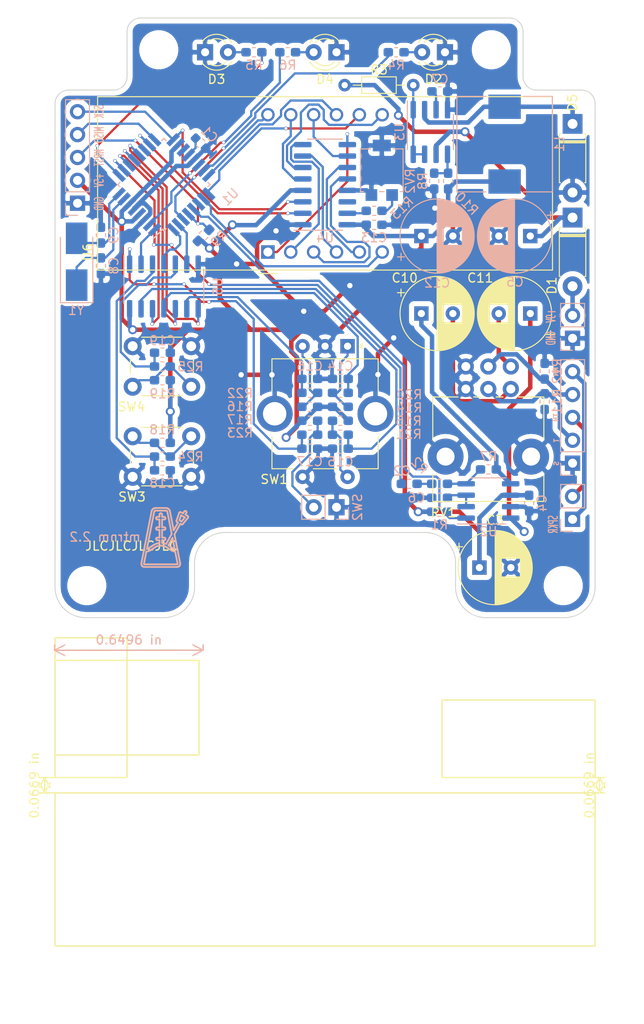
<source format=kicad_pcb>
(kicad_pcb (version 20171130) (host pcbnew "(5.1.5-0-10_14)")
  (layers (0 F.Cu signal) (31 B.Cu signal) (34 B.Paste user) (35 F.Paste user) (36 B.SilkS user) (37 F.SilkS user) (38 B.Mask user) (39 F.Mask user) (44 Edge.Cuts user))
  (net 0 "")
  (net 1 GND)
  (net 2 +5V)
  (net 3 SPI_MISO)
  (net 4 SPI_SCK)
  (net 5 SPI_MOSI)
  (net 6 NRST)
  (net 7 BUTTON2)
  (net 8 BUTTON1)
  (net 9 BUTTON0)
  (net 10 ENC_BUTTON)
  (net 11 DIG3)
  (net 12 DIG0)
  (net 13 DIG1)
  (net 14 DIG2)
  (net 15 ENC_A)
  (net 16 ENC_B)
  (net 17 SOUND_OUT)
  (net 18 "Net-(C7-Pad1)")
  (net 19 "Net-(C14-Pad1)")
  (net 20 "Net-(U4-Pad11)")
  (net 21 "Net-(U4-Pad10)")
  (net 22 "Net-(U4-Pad7)")
  (net 23 "Net-(U4-Pad5)")
  (net 24 "Net-(C1-Pad1)")
  (net 25 "Net-(C8-Pad2)")
  (net 26 "Net-(C15-Pad1)")
  (net 27 "Net-(R14-Pad2)")
  (net 28 "Net-(U4-Pad12)")
  (net 29 "Net-(U4-Pad9)")
  (net 30 "Net-(U4-Pad8)")
  (net 31 "Net-(U4-Pad6)")
  (net 32 "Net-(D3-Pad2)")
  (net 33 "Net-(D4-Pad2)")
  (net 34 "Net-(R13-Pad2)")
  (net 35 +9V)
  (net 36 "Net-(D1-Pad2)")
  (net 37 "Net-(C10-Pad1)")
  (net 38 "Net-(C11-Pad1)")
  (net 39 "Net-(D2-Pad2)")
  (net 40 "Net-(D5-Pad1)")
  (net 41 "Net-(R15-Pad2)")
  (net 42 "Net-(R2-Pad1)")
  (net 43 AMP_SHUTDOWN)
  (net 44 "Net-(C19-Pad1)")
  (net 45 "Net-(C2-Pad1)")
  (net 46 "Net-(C6-Pad1)")
  (net 47 "Net-(C9-Pad1)")
  (net 48 "Net-(C10-Pad2)")
  (net 49 "Net-(C11-Pad2)")
  (net 50 "Net-(C16-Pad1)")
  (net 51 "Net-(C17-Pad1)")
  (net 52 "Net-(C18-Pad1)")
  (net 53 "Net-(R3-Pad1)")
  (net 54 "Net-(R13-Pad1)")
  (net 55 "Net-(R16-Pad2)")
  (net 56 "Net-(R17-Pad2)")
  (net 57 "Net-(R18-Pad2)")
  (net 58 "Net-(R19-Pad2)")
  (net 59 "Net-(R6-Pad1)")
  (net 60 "Net-(J3-Pad2)")
  (net 61 "Net-(J3-Pad1)")
  (net 62 "Net-(R4-Pad1)")
  (net 63 "Net-(R5-Pad2)")
  (net 64 "Net-(R10-Pad2)")
  (net 65 "Net-(J4-PadT)")
  (net 66 "Net-(J4-PadR)")
  (module LED_THT:LED_D3.0mm (layer F.Cu) (at 266.57 17.2 180)
    (fp_text reference D2 (at 1.27 -3 180) (layer F.SilkS))
    (fp_text value LED)
    (pad 1 thru_hole rect (at 0 0 180) (size 1.8 1.8) (drill 0.9) (layers *.Cu *.Mask) (net 1 GND))
    (pad 2 thru_hole circle (at 2.54 0 180) (size 1.8 1.8) (drill 0.9) (layers *.Cu *.Mask) (net 39 "Net-(D2-Pad2)"))
  )
  (module LED_THT:LED_D3.0mm (layer F.Cu) (at 254.52 17.2 180)
    (fp_text reference D4 (at 1.27 -3 180) (layer F.SilkS))
    (fp_text value LED)
    (pad 1 thru_hole rect (at 0 0 180) (size 1.8 1.8) (drill 0.9) (layers *.Cu *.Mask) (net 1 GND))
    (pad 2 thru_hole circle (at 2.54 0 180) (size 1.8 1.8) (drill 0.9) (layers *.Cu *.Mask) (net 33 "Net-(D4-Pad2)"))
  )
  (module LED_THT:LED_D3.0mm (layer F.Cu) (at 239.925 17.2)
    (fp_text reference D3 (at 1.27 3) (layer F.SilkS))
    (fp_text value LED)
    (pad 2 thru_hole circle (at 2.54 0) (size 1.8 1.8) (drill 0.9) (layers *.Cu *.Mask) (net 32 "Net-(D3-Pad2)"))
    (pad 1 thru_hole rect (at 0 0) (size 1.8 1.8) (drill 0.9) (layers *.Cu *.Mask) (net 1 GND))
  )
  (module Display_7Segment:CA56-12SRWA (layer F.Cu) (at 246.9 39.375 90)
    (fp_text reference U6 (at 0 -20 90) (layer F.SilkS))
    (fp_text value CC56-12SRWA)
    (pad 12 thru_hole circle (at 15.24 0 90) (size 1.5 1.5) (drill 1) (layers *.Cu *.Mask) (net 12 DIG0))
    (pad 11 thru_hole circle (at 15.24 2.54 90) (size 1.5 1.5) (drill 1) (layers *.Cu *.Mask) (net 23 "Net-(U4-Pad5)"))
    (pad 10 thru_hole circle (at 15.24 5.08 90) (size 1.5 1.5) (drill 1) (layers *.Cu *.Mask) (net 21 "Net-(U4-Pad10)"))
    (pad 9 thru_hole circle (at 15.24 7.62 90) (size 1.5 1.5) (drill 1) (layers *.Cu *.Mask) (net 13 DIG1))
    (pad 8 thru_hole circle (at 15.24 10.16 90) (size 1.5 1.5) (drill 1) (layers *.Cu *.Mask) (net 14 DIG2))
    (pad 7 thru_hole circle (at 15.24 12.7 90) (size 1.5 1.5) (drill 1) (layers *.Cu *.Mask) (net 31 "Net-(U4-Pad6)"))
    (pad 6 thru_hole circle (at 0 12.7 90) (size 1.5 1.5) (drill 1) (layers *.Cu *.Mask) (net 11 DIG3))
    (pad 5 thru_hole circle (at 0 10.16 90) (size 1.5 1.5) (drill 1) (layers *.Cu *.Mask) (net 20 "Net-(U4-Pad11)"))
    (pad 4 thru_hole circle (at 0 7.62 90) (size 1.5 1.5) (drill 1) (layers *.Cu *.Mask) (net 22 "Net-(U4-Pad7)"))
    (pad 3 thru_hole circle (at 0 5.08 90) (size 1.5 1.5) (drill 1) (layers *.Cu *.Mask) (net 28 "Net-(U4-Pad12)"))
    (pad 2 thru_hole circle (at 0 2.54 90) (size 1.5 1.5) (drill 1) (layers *.Cu *.Mask) (net 30 "Net-(U4-Pad8)"))
    (pad 1 thru_hole rect (at 0 0 90) (size 1.5 1.5) (drill 1) (layers *.Cu *.Mask) (net 29 "Net-(U4-Pad9)"))
  )
  (module Rotary_Encoder:RotaryEncoder_Alps_EC11E-Switch_Vertical_H20mm_CircularMountingHoles (layer F.Cu) (at 255.75 49.825 270)
    (fp_text reference SW1 (at 14.775 8.15 180) (layer F.SilkS))
    (fp_text value Rotary_Encoder_Switch)
    (pad S1 thru_hole circle (at 14.5 5 270) (size 1.6 1.6) (drill 0.8) (layers *.Cu *.Mask) (net 1 GND))
    (pad S2 thru_hole circle (at 14.5 0 270) (size 1.6 1.6) (drill 0.8) (layers *.Cu *.Mask) (net 41 "Net-(R15-Pad2)"))
    (pad MP thru_hole circle (at 7.5 8.1 270) (size 4 4) (drill 2.6) (layers *.Cu *.Mask) (net 1 GND))
    (pad MP thru_hole circle (at 7.5 -3.1 270) (size 4 4) (drill 2.6) (layers *.Cu *.Mask) (net 1 GND))
    (pad B thru_hole circle (at 0 5 270) (size 1.6 1.6) (drill 0.8) (layers *.Cu *.Mask) (net 55 "Net-(R16-Pad2)"))
    (pad C thru_hole circle (at 0 2.5 270) (size 1.6 1.6) (drill 0.8) (layers *.Cu *.Mask) (net 1 GND))
    (pad A thru_hole rect (at 0 0 270) (size 1.6 1.6) (drill 0.8) (layers *.Cu *.Mask) (net 27 "Net-(R14-Pad2)"))
  )
  (module Potentiometer_THT:Potentiometer_Alps_RK09L_Double_Vertical (layer F.Cu) (at 268.89 54.58 270)
    (fp_text reference RV1 (at 13.72 2.49 180) (layer F.SilkS))
    (fp_text value R_POT_Dual)
    (pad "" thru_hole circle (at 7.5 2.25 270) (size 4 4) (drill 2) (layers *.Cu *.Mask) (net 1 GND))
    (pad "" thru_hole circle (at 7.5 -7.25 270) (size 4 4) (drill 2) (layers *.Cu *.Mask) (net 1 GND))
    (pad 4 thru_hole circle (at -2.5 0 270) (size 1.8 1.8) (drill 1) (layers *.Cu *.Mask) (net 1 GND))
    (pad 5 thru_hole circle (at -2.5 -2.5 270) (size 1.8 1.8) (drill 1) (layers *.Cu *.Mask) (net 66 "Net-(J4-PadR)"))
    (pad 6 thru_hole circle (at -2.5 -5 270) (size 1.8 1.8) (drill 1) (layers *.Cu *.Mask) (net 49 "Net-(C11-Pad2)"))
    (pad 1 thru_hole circle (at 0 0 270) (size 1.8 1.8) (drill 1) (layers *.Cu *.Mask) (net 1 GND))
    (pad 2 thru_hole circle (at 0 -2.5 270) (size 1.8 1.8) (drill 1) (layers *.Cu *.Mask) (net 65 "Net-(J4-PadT)"))
    (pad 3 thru_hole circle (at 0 -5 270) (size 1.8 1.8) (drill 1) (layers *.Cu *.Mask) (net 48 "Net-(C10-Pad2)"))
  )
  (module MountingHole:MountingHole_3.2mm_M3 (layer F.Cu) (at 279.71 76.4)
    (fp_text reference H3 hide)
    (fp_text value MountingHole)
    (pad "" np_thru_hole circle (at 0 0) (size 3.2 3.2) (drill 3.2) (layers *.Cu *.Mask))
  )
  (module MountingHole:MountingHole_3.2mm_M3 (layer F.Cu) (at 226.78 76.4)
    (fp_text reference H2 hide)
    (fp_text value MountingHole)
    (pad "" np_thru_hole circle (at 0 0) (size 3.2 3.2) (drill 3.2) (layers *.Cu *.Mask))
  )
  (module MountingHole:MountingHole_3.2mm_M3 (layer F.Cu) (at 271.725 16.925)
    (fp_text reference H1 hide)
    (fp_text value MountingHole)
    (pad "" np_thru_hole circle (at 0 0) (size 3.2 3.2) (drill 3.2) (layers *.Cu *.Mask))
  )
  (module MountingHole:MountingHole_3.2mm_M3 (layer F.Cu) (at 234.775 16.925)
    (fp_text reference H4 hide)
    (fp_text value MountingHole)
    (pad "" np_thru_hole circle (at 0 0) (size 3.2 3.2) (drill 3.2) (layers *.Cu *.Mask))
  )
  (module Button_Switch_THT:SW_PUSH_6mm_H5mm (layer F.Cu) (at 238.375 64.325 180)
    (fp_text reference SW3 (at 6.575 -2.225) (layer F.SilkS))
    (fp_text value SW_Push)
    (pad 1 thru_hole circle (at 6.5 0 270) (size 2 2) (drill 1.1) (layers *.Cu *.Mask) (net 1 GND))
    (pad 2 thru_hole circle (at 6.5 4.5 270) (size 2 2) (drill 1.1) (layers *.Cu *.Mask) (net 57 "Net-(R18-Pad2)"))
    (pad 1 thru_hole circle (at 0 0 270) (size 2 2) (drill 1.1) (layers *.Cu *.Mask) (net 1 GND))
    (pad 2 thru_hole circle (at 0 4.5 270) (size 2 2) (drill 1.1) (layers *.Cu *.Mask) (net 57 "Net-(R18-Pad2)"))
  )
  (module Button_Switch_THT:SW_PUSH_6mm_H5mm (layer F.Cu) (at 231.875 49.825)
    (fp_text reference SW4 (at -0.125 6.725) (layer F.SilkS))
    (fp_text value SW_Push)
    (pad 2 thru_hole circle (at 0 4.5 90) (size 2 2) (drill 1.1) (layers *.Cu *.Mask) (net 58 "Net-(R19-Pad2)"))
    (pad 1 thru_hole circle (at 0 0 90) (size 2 2) (drill 1.1) (layers *.Cu *.Mask) (net 1 GND))
    (pad 2 thru_hole circle (at 6.5 4.5 90) (size 2 2) (drill 1.1) (layers *.Cu *.Mask) (net 58 "Net-(R19-Pad2)"))
    (pad 1 thru_hole circle (at 6.5 0 90) (size 2 2) (drill 1.1) (layers *.Cu *.Mask) (net 1 GND))
  )
  (module Package_QFP:TQFP-32_7x7mm_P0.8mm (layer B.Cu) (at 235.345332 31.8975 45)
    (fp_text reference U1 (at 4.244174 6.156898 225) (layer B.SilkS) (effects (justify mirror)))
    (fp_text value ATmega328-AU)
    (pad 32 smd rect (at -2.8 4.25 315) (size 1.6 0.55) (layers B.Cu B.Paste B.Mask) (net 8 BUTTON1))
    (pad 31 smd rect (at -2 4.25 315) (size 1.6 0.55) (layers B.Cu B.Paste B.Mask) (net 7 BUTTON2))
    (pad 30 smd rect (at -1.2 4.25 315) (size 1.6 0.55) (layers B.Cu B.Paste B.Mask) (net 62 "Net-(R4-Pad1)"))
    (pad 29 smd rect (at -0.4 4.25 315) (size 1.6 0.55) (layers B.Cu B.Paste B.Mask) (net 6 NRST))
    (pad 28 smd rect (at 0.4 4.25 315) (size 1.6 0.55) (layers B.Cu B.Paste B.Mask) (net 43 AMP_SHUTDOWN))
    (pad 27 smd rect (at 1.2 4.25 315) (size 1.6 0.55) (layers B.Cu B.Paste B.Mask))
    (pad 26 smd rect (at 2 4.25 315) (size 1.6 0.55) (layers B.Cu B.Paste B.Mask) (net 11 DIG3))
    (pad 25 smd rect (at 2.8 4.25 315) (size 1.6 0.55) (layers B.Cu B.Paste B.Mask) (net 14 DIG2))
    (pad 24 smd rect (at 4.25 2.8 45) (size 1.6 0.55) (layers B.Cu B.Paste B.Mask) (net 13 DIG1))
    (pad 23 smd rect (at 4.25 2 45) (size 1.6 0.55) (layers B.Cu B.Paste B.Mask) (net 12 DIG0))
    (pad 22 smd rect (at 4.25 1.2 45) (size 1.6 0.55) (layers B.Cu B.Paste B.Mask))
    (pad 21 smd rect (at 4.25 0.4 45) (size 1.6 0.55) (layers B.Cu B.Paste B.Mask) (net 1 GND))
    (pad 20 smd rect (at 4.25 -0.4 45) (size 1.6 0.55) (layers B.Cu B.Paste B.Mask) (net 24 "Net-(C1-Pad1)"))
    (pad 19 smd rect (at 4.25 -1.2 45) (size 1.6 0.55) (layers B.Cu B.Paste B.Mask))
    (pad 18 smd rect (at 4.25 -2 45) (size 1.6 0.55) (layers B.Cu B.Paste B.Mask) (net 2 +5V))
    (pad 17 smd rect (at 4.25 -2.8 45) (size 1.6 0.55) (layers B.Cu B.Paste B.Mask) (net 4 SPI_SCK))
    (pad 16 smd rect (at 2.8 -4.25 315) (size 1.6 0.55) (layers B.Cu B.Paste B.Mask) (net 3 SPI_MISO))
    (pad 15 smd rect (at 2 -4.25 315) (size 1.6 0.55) (layers B.Cu B.Paste B.Mask) (net 5 SPI_MOSI))
    (pad 14 smd rect (at 1.2 -4.25 315) (size 1.6 0.55) (layers B.Cu B.Paste B.Mask))
    (pad 13 smd rect (at 0.4 -4.25 315) (size 1.6 0.55) (layers B.Cu B.Paste B.Mask) (net 15 ENC_A))
    (pad 12 smd rect (at -0.4 -4.25 315) (size 1.6 0.55) (layers B.Cu B.Paste B.Mask) (net 16 ENC_B))
    (pad 11 smd rect (at -1.2 -4.25 315) (size 1.6 0.55) (layers B.Cu B.Paste B.Mask) (net 10 ENC_BUTTON))
    (pad 10 smd rect (at -2 -4.25 315) (size 1.6 0.55) (layers B.Cu B.Paste B.Mask) (net 17 SOUND_OUT))
    (pad 9 smd rect (at -2.8 -4.25 315) (size 1.6 0.55) (layers B.Cu B.Paste B.Mask) (net 63 "Net-(R5-Pad2)"))
    (pad 8 smd rect (at -4.25 -2.8 45) (size 1.6 0.55) (layers B.Cu B.Paste B.Mask) (net 47 "Net-(C9-Pad1)"))
    (pad 7 smd rect (at -4.25 -2 45) (size 1.6 0.55) (layers B.Cu B.Paste B.Mask) (net 25 "Net-(C8-Pad2)"))
    (pad 6 smd rect (at -4.25 -1.2 45) (size 1.6 0.55) (layers B.Cu B.Paste B.Mask) (net 2 +5V))
    (pad 5 smd rect (at -4.25 -0.4 45) (size 1.6 0.55) (layers B.Cu B.Paste B.Mask) (net 1 GND))
    (pad 4 smd rect (at -4.25 0.4 45) (size 1.6 0.55) (layers B.Cu B.Paste B.Mask) (net 2 +5V))
    (pad 3 smd rect (at -4.25 1.2 45) (size 1.6 0.55) (layers B.Cu B.Paste B.Mask) (net 1 GND))
    (pad 2 smd rect (at -4.25 2 45) (size 1.6 0.55) (layers B.Cu B.Paste B.Mask) (net 59 "Net-(R6-Pad1)"))
    (pad 1 smd rect (at -4.25 2.8 45) (size 1.6 0.55) (layers B.Cu B.Paste B.Mask) (net 9 BUTTON0))
  )
  (module Connector_PinHeader_2.54mm:PinHeader_1x05_P2.54mm_Vertical (layer B.Cu) (at 280.75 62.81)
    (fp_text reference J4 hide)
    (fp_text value AudioJack3_SwitchTR)
    (pad RN thru_hole oval (at 0 -10.16) (size 1.7 1.7) (drill 1) (layers *.Cu *.Mask) (net 61 "Net-(J3-Pad1)"))
    (pad R thru_hole oval (at 0 -7.62) (size 1.7 1.7) (drill 1) (layers *.Cu *.Mask) (net 66 "Net-(J4-PadR)"))
    (pad TN thru_hole oval (at 0 -5.08) (size 1.7 1.7) (drill 1) (layers *.Cu *.Mask) (net 60 "Net-(J3-Pad2)"))
    (pad T thru_hole oval (at 0 -2.54) (size 1.7 1.7) (drill 1) (layers *.Cu *.Mask) (net 65 "Net-(J4-PadT)"))
    (pad S thru_hole rect (at 0 0) (size 1.7 1.7) (drill 1) (layers *.Cu *.Mask) (net 1 GND))
  )
  (module Connector_PinHeader_2.54mm:PinHeader_1x02_P2.54mm_Vertical (layer B.Cu) (at 280.75 69.04)
    (fp_text reference J3 hide)
    (fp_text value Conn_01x02_Female)
    (pad 2 thru_hole oval (at 0 -2.54) (size 1.7 1.7) (drill 1) (layers *.Cu *.Mask) (net 60 "Net-(J3-Pad2)"))
    (pad 1 thru_hole rect (at 0 0) (size 1.7 1.7) (drill 1) (layers *.Cu *.Mask) (net 61 "Net-(J3-Pad1)"))
  )
  (module Crystal:Crystal_SMD_5032-2Pin_5.0x3.2mm_HandSoldering (layer B.Cu) (at 225.65 40.45 90)
    (fp_text reference Y1 (at -5.4 -0.05) (layer B.SilkS) (effects (justify mirror)))
    (fp_text value 16M)
    (pad 2 smd rect (at 2.6 0 90) (size 3.5 2.4) (layers B.Cu B.Paste B.Mask) (net 47 "Net-(C9-Pad1)"))
    (pad 1 smd rect (at -2.6 0 90) (size 3.5 2.4) (layers B.Cu B.Paste B.Mask) (net 25 "Net-(C8-Pad2)"))
  )
  (module Capacitor_SMD:C_0603_1608Metric_Pad1.05x0.95mm_HandSolder (layer B.Cu) (at 254.95 61.2 180)
    (fp_text reference C15 (at 0 -1.45) (layer B.SilkS) (effects (justify mirror)))
    (fp_text value 0.1u)
    (pad 1 smd roundrect (at -0.875 0 180) (size 1.05 0.95) (layers B.Cu B.Paste B.Mask) (net 26 "Net-(C15-Pad1)"))
    (pad 2 smd roundrect (at 0.875 0 180) (size 1.05 0.95) (layers B.Cu B.Paste B.Mask) (net 1 GND))
  )
  (module Capacitor_THT:CP_Radial_D8.0mm_P3.50mm (layer F.Cu) (at 263.95 46.2)
    (fp_text reference C10 (at -1.85 -3.95) (layer F.SilkS))
    (fp_text value 220u)
    (pad 1 thru_hole rect (at 0 0) (size 1.6 1.6) (drill 0.8) (layers *.Cu *.Mask) (net 37 "Net-(C10-Pad1)"))
    (pad 2 thru_hole circle (at 3.5 0) (size 1.6 1.6) (drill 0.8) (layers *.Cu *.Mask) (net 48 "Net-(C10-Pad2)"))
  )
  (module Capacitor_THT:CP_Radial_D8.0mm_P3.50mm (layer B.Cu) (at 276.05 37.6 180)
    (fp_text reference C5 (at 1.7 -5.1) (layer B.SilkS) (effects (justify mirror)))
    (fp_text value 100u)
    (pad 2 thru_hole circle (at 3.5 0 180) (size 1.6 1.6) (drill 0.8) (layers *.Cu *.Mask) (net 1 GND))
    (pad 1 thru_hole rect (at 0 0 180) (size 1.6 1.6) (drill 0.8) (layers *.Cu *.Mask) (net 35 +9V))
  )
  (module Connector_PinHeader_2.54mm:PinHeader_1x05_P2.54mm_Vertical (layer B.Cu) (at 225.75 33.96)
    (fp_text reference J2 hide)
    (fp_text value Conn_01x05_Male)
    (pad 5 thru_hole oval (at 0 -10.16) (size 1.7 1.7) (drill 1) (layers *.Cu *.Mask) (net 4 SPI_SCK))
    (pad 4 thru_hole oval (at 0 -7.62) (size 1.7 1.7) (drill 1) (layers *.Cu *.Mask) (net 3 SPI_MISO))
    (pad 3 thru_hole oval (at 0 -5.08) (size 1.7 1.7) (drill 1) (layers *.Cu *.Mask) (net 6 NRST))
    (pad 2 thru_hole oval (at 0 -2.54) (size 1.7 1.7) (drill 1) (layers *.Cu *.Mask) (net 2 +5V))
    (pad 1 thru_hole rect (at 0 0) (size 1.7 1.7) (drill 1) (layers *.Cu *.Mask) (net 1 GND))
  )
  (module Connector_PinHeader_2.54mm:PinHeader_1x02_P2.54mm_Vertical (layer B.Cu) (at 280.75 48.95)
    (fp_text reference J1 hide)
    (fp_text value Conn_01x02_Male)
    (pad 2 thru_hole oval (at 0 -2.54) (size 1.7 1.7) (drill 1) (layers *.Cu *.Mask) (net 36 "Net-(D1-Pad2)"))
    (pad 1 thru_hole rect (at 0 0) (size 1.7 1.7) (drill 1) (layers *.Cu *.Mask) (net 1 GND))
  )
  (module Resistor_SMD:R_0603_1608Metric_Pad1.05x0.95mm_HandSolder (layer B.Cu) (at 277.65 52.6 90)
    (fp_text reference R12 (at 0 1.4 90) (layer B.SilkS) (effects (justify mirror)))
    (fp_text value 4.7k)
    (pad 2 smd roundrect (at 0.875 0 90) (size 1.05 0.95) (layers B.Cu B.Paste B.Mask) (net 1 GND))
    (pad 1 smd roundrect (at -0.875 0 90) (size 1.05 0.95) (layers B.Cu B.Paste B.Mask) (net 66 "Net-(J4-PadR)"))
  )
  (module Capacitor_SMD:C_0603_1608Metric_Pad1.05x0.95mm_HandSolder (layer B.Cu) (at 275.925 67.25 90)
    (fp_text reference C4 (at 0 1.43 90) (layer B.SilkS) (effects (justify mirror)))
    (fp_text value 0.1u)
    (pad 2 smd roundrect (at 0.875 0 90) (size 1.05 0.95) (layers B.Cu B.Paste B.Mask) (net 2 +5V))
    (pad 1 smd roundrect (at -0.875 0 90) (size 1.05 0.95) (layers B.Cu B.Paste B.Mask) (net 1 GND))
  )
  (module Capacitor_THT:CP_Radial_D8.0mm_P3.50mm (layer F.Cu) (at 270.4 74.4)
    (fp_text reference C3 (at 1.75 -5.25) (layer F.SilkS))
    (fp_text value 220u)
    (pad 2 thru_hole circle (at 3.5 0) (size 1.6 1.6) (drill 0.8) (layers *.Cu *.Mask) (net 1 GND))
    (pad 1 thru_hole rect (at 0 0) (size 1.6 1.6) (drill 0.8) (layers *.Cu *.Mask) (net 2 +5V))
  )
  (module Resistor_SMD:R_0603_1608Metric_Pad1.05x0.95mm_HandSolder (layer B.Cu) (at 277.65 55.975 270)
    (fp_text reference R11 (at 0 -1.4 90) (layer B.SilkS) (effects (justify mirror)))
    (fp_text value 4.7k)
    (pad 2 smd roundrect (at 0.875 0 270) (size 1.05 0.95) (layers B.Cu B.Paste B.Mask) (net 1 GND))
    (pad 1 smd roundrect (at -0.875 0 270) (size 1.05 0.95) (layers B.Cu B.Paste B.Mask) (net 65 "Net-(J4-PadT)"))
  )
  (module Capacitor_SMD:C_0603_1608Metric_Pad1.05x0.95mm_HandSolder (layer B.Cu) (at 258.7 36.35)
    (fp_text reference C13 (at 0 1.43) (layer B.SilkS) (effects (justify mirror)))
    (fp_text value 0.1u)
    (pad 2 smd roundrect (at 0.875 0) (size 1.05 0.95) (layers B.Cu B.Paste B.Mask) (net 1 GND))
    (pad 1 smd roundrect (at -0.875 0) (size 1.05 0.95) (layers B.Cu B.Paste B.Mask) (net 2 +5V))
  )
  (module Resistor_SMD:R_0603_1608Metric_Pad1.05x0.95mm_HandSolder (layer B.Cu) (at 265.975 68.2 180)
    (fp_text reference R1 (at 0.025 -1.45) (layer B.SilkS) (effects (justify mirror)))
    (fp_text value 5k)
    (pad 2 smd roundrect (at 0.875 0 180) (size 1.05 0.95) (layers B.Cu B.Paste B.Mask) (net 2 +5V))
    (pad 1 smd roundrect (at -0.875 0 180) (size 1.05 0.95) (layers B.Cu B.Paste B.Mask) (net 43 AMP_SHUTDOWN))
  )
  (module Resistor_SMD:R_0603_1608Metric_Pad1.05x0.95mm_HandSolder (layer B.Cu) (at 239.75 37.525 45)
    (fp_text reference R9 (at 0.972272 1.502602 45) (layer B.SilkS) (effects (justify mirror)))
    (fp_text value 5k)
    (pad 2 smd roundrect (at 0.875 0 45) (size 1.05 0.95) (layers B.Cu B.Paste B.Mask) (net 6 NRST))
    (pad 1 smd roundrect (at -0.875 0 45) (size 1.05 0.95) (layers B.Cu B.Paste B.Mask) (net 2 +5V))
  )
  (module Resistor_SMD:R_0603_1608Metric_Pad1.05x0.95mm_HandSolder (layer B.Cu) (at 235.18 62.075)
    (fp_text reference R24 (at 3.12 0.025) (layer B.SilkS) (effects (justify mirror)))
    (fp_text value 10k)
    (pad 2 smd roundrect (at 0.875 0) (size 1.05 0.95) (layers B.Cu B.Paste B.Mask) (net 57 "Net-(R18-Pad2)"))
    (pad 1 smd roundrect (at -0.875 0) (size 1.05 0.95) (layers B.Cu B.Paste B.Mask) (net 52 "Net-(C18-Pad1)"))
  )
  (module Resistor_SMD:R_0603_1608Metric_Pad1.05x0.95mm_HandSolder (layer B.Cu) (at 251.55 59.65)
    (fp_text reference R23 (at -7.75 -0.200002) (layer B.SilkS) (effects (justify mirror)))
    (fp_text value 10k)
    (pad 1 smd roundrect (at -0.875 0) (size 1.05 0.95) (layers B.Cu B.Paste B.Mask) (net 51 "Net-(C17-Pad1)"))
    (pad 2 smd roundrect (at 0.875 0) (size 1.05 0.95) (layers B.Cu B.Paste B.Mask) (net 56 "Net-(R17-Pad2)"))
  )
  (module Resistor_SMD:R_0603_1608Metric_Pad1.05x0.95mm_HandSolder (layer B.Cu) (at 235.18 52.075 180)
    (fp_text reference R25 (at -3.12 -0.025) (layer B.SilkS) (effects (justify mirror)))
    (fp_text value 10k)
    (pad 1 smd roundrect (at -0.875 0 180) (size 1.05 0.95) (layers B.Cu B.Paste B.Mask) (net 58 "Net-(R19-Pad2)"))
    (pad 2 smd roundrect (at 0.875 0 180) (size 1.05 0.95) (layers B.Cu B.Paste B.Mask) (net 44 "Net-(C19-Pad1)"))
  )
  (module Resistor_SMD:R_0603_1608Metric_Pad1.05x0.95mm_HandSolder (layer B.Cu) (at 251.55 55)
    (fp_text reference R22 (at -7.75 0.05) (layer B.SilkS) (effects (justify mirror)))
    (fp_text value 10k)
    (pad 1 smd roundrect (at -0.875 0) (size 1.05 0.95) (layers B.Cu B.Paste B.Mask) (net 50 "Net-(C16-Pad1)"))
    (pad 2 smd roundrect (at 0.875 0) (size 1.05 0.95) (layers B.Cu B.Paste B.Mask) (net 55 "Net-(R16-Pad2)"))
  )
  (module Resistor_SMD:R_0603_1608Metric_Pad1.05x0.95mm_HandSolder (layer B.Cu) (at 254.95 59.65 180)
    (fp_text reference R21 (at -7.6 0.050002 180) (layer B.SilkS) (effects (justify mirror)))
    (fp_text value 10k)
    (pad 2 smd roundrect (at 0.875 0 180) (size 1.05 0.95) (layers B.Cu B.Paste B.Mask) (net 41 "Net-(R15-Pad2)"))
    (pad 1 smd roundrect (at -0.875 0 180) (size 1.05 0.95) (layers B.Cu B.Paste B.Mask) (net 26 "Net-(C15-Pad1)"))
  )
  (module Resistor_SMD:R_0603_1608Metric_Pad1.05x0.95mm_HandSolder (layer B.Cu) (at 254.95 55)
    (fp_text reference R20 (at 7.65 0.2) (layer B.SilkS) (effects (justify mirror)))
    (fp_text value 10k)
    (pad 2 smd roundrect (at 0.875 0) (size 1.05 0.95) (layers B.Cu B.Paste B.Mask) (net 19 "Net-(C14-Pad1)"))
    (pad 1 smd roundrect (at -0.875 0) (size 1.05 0.95) (layers B.Cu B.Paste B.Mask) (net 27 "Net-(R14-Pad2)"))
  )
  (module Resistor_SMD:R_0603_1608Metric_Pad1.05x0.95mm_HandSolder (layer B.Cu) (at 235.18 60.55 180)
    (fp_text reference R18 (at 0 1.45) (layer B.SilkS) (effects (justify mirror)))
    (fp_text value 10k)
    (pad 2 smd roundrect (at 0.875 0 180) (size 1.05 0.95) (layers B.Cu B.Paste B.Mask) (net 57 "Net-(R18-Pad2)"))
    (pad 1 smd roundrect (at -0.875 0 180) (size 1.05 0.95) (layers B.Cu B.Paste B.Mask) (net 2 +5V))
  )
  (module Resistor_SMD:R_0603_1608Metric_Pad1.05x0.95mm_HandSolder (layer B.Cu) (at 251.55 58.1)
    (fp_text reference R17 (at -7.75 -0.116668) (layer B.SilkS) (effects (justify mirror)))
    (fp_text value 10k)
    (pad 1 smd roundrect (at -0.875 0) (size 1.05 0.95) (layers B.Cu B.Paste B.Mask) (net 2 +5V))
    (pad 2 smd roundrect (at 0.875 0) (size 1.05 0.95) (layers B.Cu B.Paste B.Mask) (net 56 "Net-(R17-Pad2)"))
  )
  (module Resistor_SMD:R_0603_1608Metric_Pad1.05x0.95mm_HandSolder (layer B.Cu) (at 235.18 53.6 180)
    (fp_text reference R19 (at -0.02 -1.5) (layer B.SilkS) (effects (justify mirror)))
    (fp_text value 10k)
    (pad 1 smd roundrect (at -0.875 0 180) (size 1.05 0.95) (layers B.Cu B.Paste B.Mask) (net 2 +5V))
    (pad 2 smd roundrect (at 0.875 0 180) (size 1.05 0.95) (layers B.Cu B.Paste B.Mask) (net 58 "Net-(R19-Pad2)"))
  )
  (module Resistor_SMD:R_0603_1608Metric_Pad1.05x0.95mm_HandSolder (layer B.Cu) (at 251.55 56.55 180)
    (fp_text reference R16 (at 7.75 0.033334 180) (layer B.SilkS) (effects (justify mirror)))
    (fp_text value 10k)
    (pad 1 smd roundrect (at -0.875 0 180) (size 1.05 0.95) (layers B.Cu B.Paste B.Mask) (net 2 +5V))
    (pad 2 smd roundrect (at 0.875 0 180) (size 1.05 0.95) (layers B.Cu B.Paste B.Mask) (net 55 "Net-(R16-Pad2)"))
  )
  (module Resistor_SMD:R_0603_1608Metric_Pad1.05x0.95mm_HandSolder (layer B.Cu) (at 254.95 58.1 180)
    (fp_text reference R15 (at -7.6 -0.033332 180) (layer B.SilkS) (effects (justify mirror)))
    (fp_text value 10k)
    (pad 2 smd roundrect (at 0.875 0 180) (size 1.05 0.95) (layers B.Cu B.Paste B.Mask) (net 41 "Net-(R15-Pad2)"))
    (pad 1 smd roundrect (at -0.875 0 180) (size 1.05 0.95) (layers B.Cu B.Paste B.Mask) (net 2 +5V))
  )
  (module Resistor_SMD:R_0603_1608Metric_Pad1.05x0.95mm_HandSolder (layer B.Cu) (at 254.95 56.55)
    (fp_text reference R14 (at 7.65 0.116666) (layer B.SilkS) (effects (justify mirror)))
    (fp_text value 10k)
    (pad 2 smd roundrect (at 0.875 0) (size 1.05 0.95) (layers B.Cu B.Paste B.Mask) (net 27 "Net-(R14-Pad2)"))
    (pad 1 smd roundrect (at -0.875 0) (size 1.05 0.95) (layers B.Cu B.Paste B.Mask) (net 2 +5V))
  )
  (module Resistor_SMD:R_0603_1608Metric_Pad1.05x0.95mm_HandSolder (layer B.Cu) (at 258.7 34.8)
    (fp_text reference R13 (at 3.1 -0.3 45) (layer B.SilkS) (effects (justify mirror)))
    (fp_text value 330)
    (pad 2 smd roundrect (at 0.875 0) (size 1.05 0.95) (layers B.Cu B.Paste B.Mask) (net 34 "Net-(R13-Pad2)"))
    (pad 1 smd roundrect (at -0.875 0) (size 1.05 0.95) (layers B.Cu B.Paste B.Mask) (net 54 "Net-(R13-Pad1)"))
  )
  (module Resistor_SMD:R_0603_1608Metric_Pad1.05x0.95mm_HandSolder (layer B.Cu) (at 266.925 31.5 90)
    (fp_text reference R10 (at -2.5 2.075 135) (layer B.SilkS) (effects (justify mirror)))
    (fp_text value 3.6k)
    (pad 2 smd roundrect (at 0.875 0 90) (size 1.05 0.95) (layers B.Cu B.Paste B.Mask) (net 64 "Net-(R10-Pad2)"))
    (pad 1 smd roundrect (at -0.875 0 90) (size 1.05 0.95) (layers B.Cu B.Paste B.Mask) (net 2 +5V))
  )
  (module Resistor_SMD:R_0603_1608Metric_Pad1.05x0.95mm_HandSolder (layer B.Cu) (at 265.375 31.5 90)
    (fp_text reference R8 (at 0 -1.275 90) (layer B.SilkS) (effects (justify mirror)))
    (fp_text value 1.2k)
    (pad 2 smd roundrect (at 0.875 0 90) (size 1.05 0.95) (layers B.Cu B.Paste B.Mask) (net 64 "Net-(R10-Pad2)"))
    (pad 1 smd roundrect (at -0.875 0 90) (size 1.05 0.95) (layers B.Cu B.Paste B.Mask) (net 1 GND))
  )
  (module Resistor_SMD:R_0603_1608Metric_Pad1.05x0.95mm_HandSolder (layer B.Cu) (at 271.4 63.5 180)
    (fp_text reference R7 (at 0 1.43) (layer B.SilkS) (effects (justify mirror)))
    (fp_text value 20k)
    (pad 2 smd roundrect (at 0.875 0 180) (size 1.05 0.95) (layers B.Cu B.Paste B.Mask) (net 42 "Net-(R2-Pad1)"))
    (pad 1 smd roundrect (at -0.875 0 180) (size 1.05 0.95) (layers B.Cu B.Paste B.Mask) (net 37 "Net-(C10-Pad1)"))
  )
  (module Resistor_SMD:R_0603_1608Metric_Pad1.05x0.95mm_HandSolder (layer B.Cu) (at 261.15 17.2)
    (fp_text reference R4 (at 0 1.43) (layer B.SilkS) (effects (justify mirror)))
    (fp_text value 510)
    (pad 2 smd roundrect (at 0.875 0) (size 1.05 0.95) (layers B.Cu B.Paste B.Mask) (net 39 "Net-(D2-Pad2)"))
    (pad 1 smd roundrect (at -0.875 0) (size 1.05 0.95) (layers B.Cu B.Paste B.Mask) (net 62 "Net-(R4-Pad1)"))
  )
  (module Resistor_SMD:R_0603_1608Metric_Pad1.05x0.95mm_HandSolder (layer B.Cu) (at 249.1 17.2)
    (fp_text reference R6 (at 0 1.43) (layer B.SilkS) (effects (justify mirror)))
    (fp_text value 510)
    (pad 2 smd roundrect (at 0.875 0) (size 1.05 0.95) (layers B.Cu B.Paste B.Mask) (net 33 "Net-(D4-Pad2)"))
    (pad 1 smd roundrect (at -0.875 0) (size 1.05 0.95) (layers B.Cu B.Paste B.Mask) (net 59 "Net-(R6-Pad1)"))
  )
  (module Resistor_SMD:R_0603_1608Metric_Pad1.05x0.95mm_HandSolder (layer B.Cu) (at 245.35 17.2)
    (fp_text reference R5 (at 0 1.43) (layer B.SilkS) (effects (justify mirror)))
    (fp_text value 510)
    (pad 2 smd roundrect (at 0.875 0) (size 1.05 0.95) (layers B.Cu B.Paste B.Mask) (net 63 "Net-(R5-Pad2)"))
    (pad 1 smd roundrect (at -0.875 0) (size 1.05 0.95) (layers B.Cu B.Paste B.Mask) (net 32 "Net-(D3-Pad2)"))
  )
  (module Resistor_SMD:R_0603_1608Metric_Pad1.05x0.95mm_HandSolder (layer B.Cu) (at 265.975 65.1 180)
    (fp_text reference R2 (at 2.225 2.05 315) (layer B.SilkS) (effects (justify mirror)))
    (fp_text value 150)
    (pad 2 smd roundrect (at 0.875 0 180) (size 1.05 0.95) (layers B.Cu B.Paste B.Mask) (net 45 "Net-(C2-Pad1)"))
    (pad 1 smd roundrect (at -0.875 0 180) (size 1.05 0.95) (layers B.Cu B.Paste B.Mask) (net 42 "Net-(R2-Pad1)"))
  )
  (module Capacitor_SMD:C_0603_1608Metric_Pad1.05x0.95mm_HandSolder (layer B.Cu) (at 235.18 63.6)
    (fp_text reference C18 (at 0 1.43) (layer B.SilkS) (effects (justify mirror)))
    (fp_text value 0.1u)
    (pad 2 smd roundrect (at 0.875 0) (size 1.05 0.95) (layers B.Cu B.Paste B.Mask) (net 1 GND))
    (pad 1 smd roundrect (at -0.875 0) (size 1.05 0.95) (layers B.Cu B.Paste B.Mask) (net 52 "Net-(C18-Pad1)"))
  )
  (module Capacitor_SMD:C_0603_1608Metric_Pad1.05x0.95mm_HandSolder (layer B.Cu) (at 251.55 61.2)
    (fp_text reference C17 (at 0 1.43) (layer B.SilkS) (effects (justify mirror)))
    (fp_text value 0.1u)
    (pad 2 smd roundrect (at 0.875 0) (size 1.05 0.95) (layers B.Cu B.Paste B.Mask) (net 1 GND))
    (pad 1 smd roundrect (at -0.875 0) (size 1.05 0.95) (layers B.Cu B.Paste B.Mask) (net 51 "Net-(C17-Pad1)"))
  )
  (module Capacitor_SMD:C_0603_1608Metric_Pad1.05x0.95mm_HandSolder (layer B.Cu) (at 235.18 50.55)
    (fp_text reference C19 (at 0 -1.35) (layer B.SilkS) (effects (justify mirror)))
    (fp_text value 0.1u)
    (pad 1 smd roundrect (at -0.875 0) (size 1.05 0.95) (layers B.Cu B.Paste B.Mask) (net 44 "Net-(C19-Pad1)"))
    (pad 2 smd roundrect (at 0.875 0) (size 1.05 0.95) (layers B.Cu B.Paste B.Mask) (net 1 GND))
  )
  (module Capacitor_SMD:C_0603_1608Metric_Pad1.05x0.95mm_HandSolder (layer B.Cu) (at 251.55 53.45)
    (fp_text reference C16 (at 0 -1.425) (layer B.SilkS) (effects (justify mirror)))
    (fp_text value 0.1u)
    (pad 2 smd roundrect (at 0.875 0) (size 1.05 0.95) (layers B.Cu B.Paste B.Mask) (net 1 GND))
    (pad 1 smd roundrect (at -0.875 0) (size 1.05 0.95) (layers B.Cu B.Paste B.Mask) (net 50 "Net-(C16-Pad1)"))
  )
  (module Capacitor_SMD:C_0603_1608Metric_Pad1.05x0.95mm_HandSolder (layer B.Cu) (at 254.95 53.45 180)
    (fp_text reference C14 (at 0 1.43) (layer B.SilkS) (effects (justify mirror)))
    (fp_text value 0.1u)
    (pad 1 smd roundrect (at -0.875 0 180) (size 1.05 0.95) (layers B.Cu B.Paste B.Mask) (net 19 "Net-(C14-Pad1)"))
    (pad 2 smd roundrect (at 0.875 0 180) (size 1.05 0.95) (layers B.Cu B.Paste B.Mask) (net 1 GND))
  )
  (module Capacitor_SMD:C_0603_1608Metric_Pad1.05x0.95mm_HandSolder (layer B.Cu) (at 228.35 37.5 90)
    (fp_text reference C9 (at 0 1.43 90) (layer B.SilkS) (effects (justify mirror)))
    (fp_text value 22p)
    (pad 2 smd roundrect (at 0.875 0 90) (size 1.05 0.95) (layers B.Cu B.Paste B.Mask) (net 1 GND))
    (pad 1 smd roundrect (at -0.875 0 90) (size 1.05 0.95) (layers B.Cu B.Paste B.Mask) (net 47 "Net-(C9-Pad1)"))
  )
  (module Capacitor_SMD:C_0603_1608Metric_Pad1.05x0.95mm_HandSolder (layer B.Cu) (at 228.35 40.9 90)
    (fp_text reference C8 (at 0 1.43 90) (layer B.SilkS) (effects (justify mirror)))
    (fp_text value 22p)
    (pad 2 smd roundrect (at 0.875 0 90) (size 1.05 0.95) (layers B.Cu B.Paste B.Mask) (net 25 "Net-(C8-Pad2)"))
    (pad 1 smd roundrect (at -0.875 0 90) (size 1.05 0.95) (layers B.Cu B.Paste B.Mask) (net 1 GND))
  )
  (module Capacitor_SMD:C_0603_1608Metric_Pad1.05x0.95mm_HandSolder (layer B.Cu) (at 266 21.55)
    (fp_text reference C7 (at 0 -1.35) (layer B.SilkS) (effects (justify mirror)))
    (fp_text value 470p)
    (pad 2 smd roundrect (at 0.875 0) (size 1.05 0.95) (layers B.Cu B.Paste B.Mask) (net 1 GND))
    (pad 1 smd roundrect (at -0.875 0) (size 1.05 0.95) (layers B.Cu B.Paste B.Mask) (net 18 "Net-(C7-Pad1)"))
  )
  (module Capacitor_SMD:C_0603_1608Metric_Pad1.05x0.95mm_HandSolder (layer B.Cu) (at 265.975 66.65 180)
    (fp_text reference C6 (at 2.575 0) (layer B.SilkS) (effects (justify mirror)))
    (fp_text value 0.1u)
    (pad 2 smd roundrect (at 0.875 0 180) (size 1.05 0.95) (layers B.Cu B.Paste B.Mask) (net 1 GND))
    (pad 1 smd roundrect (at -0.875 0 180) (size 1.05 0.95) (layers B.Cu B.Paste B.Mask) (net 46 "Net-(C6-Pad1)"))
  )
  (module Capacitor_SMD:C_0603_1608Metric_Pad1.05x0.95mm_HandSolder (layer B.Cu) (at 262.6 65.1 180)
    (fp_text reference C2 (at 0.8 1.43) (layer B.SilkS) (effects (justify mirror)))
    (fp_text value 0.47u)
    (pad 2 smd roundrect (at 0.875 0 180) (size 1.05 0.95) (layers B.Cu B.Paste B.Mask) (net 17 SOUND_OUT))
    (pad 1 smd roundrect (at -0.875 0 180) (size 1.05 0.95) (layers B.Cu B.Paste B.Mask) (net 45 "Net-(C2-Pad1)"))
  )
  (module Capacitor_SMD:C_0603_1608Metric (layer B.Cu) (at 239.425 27.3 315)
    (fp_text reference C1 (at -0.017678 -1.396536 135) (layer B.SilkS) (effects (justify mirror)))
    (fp_text value 100n)
    (pad 2 smd roundrect (at 0.7875 0 315) (size 0.875 0.95) (layers B.Cu B.Paste B.Mask) (net 1 GND))
    (pad 1 smd roundrect (at -0.7875 0 315) (size 0.875 0.95) (layers B.Cu B.Paste B.Mask) (net 24 "Net-(C1-Pad1)"))
  )
  (module Capacitor_THT:CP_Radial_D8.0mm_P3.50mm (layer F.Cu) (at 276.05 46.2 180)
    (fp_text reference C11 (at 5.55 3.95) (layer F.SilkS))
    (fp_text value 220u)
    (pad 2 thru_hole circle (at 3.5 0 180) (size 1.6 1.6) (drill 0.8) (layers *.Cu *.Mask) (net 49 "Net-(C11-Pad2)"))
    (pad 1 thru_hole rect (at 0 0 180) (size 1.6 1.6) (drill 0.8) (layers *.Cu *.Mask) (net 38 "Net-(C11-Pad1)"))
  )
  (module Package_SO:SOIC-8_3.9x4.9mm_P1.27mm (layer B.Cu) (at 271.4 67)
    (fp_text reference U2 (at 0 3.4) (layer B.SilkS) (effects (justify mirror)))
    (fp_text value SSM2211S)
    (pad 1 smd roundrect (at -2.475 1.905) (size 1.95 0.6) (layers B.Cu B.Paste B.Mask) (net 43 AMP_SHUTDOWN))
    (pad 2 smd roundrect (at -2.475 0.635) (size 1.95 0.6) (layers B.Cu B.Paste B.Mask) (net 46 "Net-(C6-Pad1)"))
    (pad 3 smd roundrect (at -2.475 -0.635) (size 1.95 0.6) (layers B.Cu B.Paste B.Mask) (net 46 "Net-(C6-Pad1)"))
    (pad 4 smd roundrect (at -2.475 -1.905) (size 1.95 0.6) (layers B.Cu B.Paste B.Mask) (net 42 "Net-(R2-Pad1)"))
    (pad 5 smd roundrect (at 2.475 -1.905) (size 1.95 0.6) (layers B.Cu B.Paste B.Mask) (net 37 "Net-(C10-Pad1)"))
    (pad 6 smd roundrect (at 2.475 -0.635) (size 1.95 0.6) (layers B.Cu B.Paste B.Mask) (net 2 +5V))
    (pad 7 smd roundrect (at 2.475 0.635) (size 1.95 0.6) (layers B.Cu B.Paste B.Mask) (net 1 GND))
    (pad 8 smd roundrect (at 2.475 1.905) (size 1.95 0.6) (layers B.Cu B.Paste B.Mask) (net 38 "Net-(C11-Pad1)"))
  )
  (module Diode_THT:D_DO-41_SOD81_P7.62mm_Horizontal (layer F.Cu) (at 280.75 35.55 270)
    (fp_text reference D1 (at 7.55 2.3 90) (layer F.SilkS))
    (fp_text value 1N4007)
    (pad 2 thru_hole oval (at 7.62 0 270) (size 2.2 2.2) (drill 1.1) (layers *.Cu *.Mask) (net 36 "Net-(D1-Pad2)"))
    (pad 1 thru_hole rect (at 0 0 270) (size 2.2 2.2) (drill 1.1) (layers *.Cu *.Mask) (net 35 +9V))
  )
  (module Diode_THT:D_DO-41_SOD81_P7.62mm_Horizontal (layer F.Cu) (at 280.75 25.15 270)
    (fp_text reference D5 (at -2.35 0 90) (layer F.SilkS))
    (fp_text value 1N5819)
    (pad 2 thru_hole oval (at 7.62 0 270) (size 2.2 2.2) (drill 1.1) (layers *.Cu *.Mask) (net 1 GND))
    (pad 1 thru_hole rect (at 0 0 270) (size 2.2 2.2) (drill 1.1) (layers *.Cu *.Mask) (net 40 "Net-(D5-Pad1)"))
  )
  (module Package_SO:SOIC-8_3.9x4.9mm_P1.27mm (layer B.Cu) (at 264.95 26.05 270)
    (fp_text reference U3 (at 0 3.4 90) (layer B.SilkS) (effects (justify mirror)))
    (fp_text value MC33063AD)
    (pad 8 smd roundrect (at 2.475 1.905 270) (size 1.95 0.6) (layers B.Cu B.Paste B.Mask) (net 53 "Net-(R3-Pad1)"))
    (pad 7 smd roundrect (at 2.475 0.635 270) (size 1.95 0.6) (layers B.Cu B.Paste B.Mask) (net 53 "Net-(R3-Pad1)"))
    (pad 6 smd roundrect (at 2.475 -0.635 270) (size 1.95 0.6) (layers B.Cu B.Paste B.Mask) (net 35 +9V))
    (pad 5 smd roundrect (at 2.475 -1.905 270) (size 1.95 0.6) (layers B.Cu B.Paste B.Mask) (net 64 "Net-(R10-Pad2)"))
    (pad 4 smd roundrect (at -2.475 -1.905 270) (size 1.95 0.6) (layers B.Cu B.Paste B.Mask) (net 1 GND))
    (pad 3 smd roundrect (at -2.475 -0.635 270) (size 1.95 0.6) (layers B.Cu B.Paste B.Mask) (net 18 "Net-(C7-Pad1)"))
    (pad 2 smd roundrect (at -2.475 0.635 270) (size 1.95 0.6) (layers B.Cu B.Paste B.Mask) (net 40 "Net-(D5-Pad1)"))
    (pad 1 smd roundrect (at -2.475 1.905 270) (size 1.95 0.6) (layers B.Cu B.Paste B.Mask) (net 53 "Net-(R3-Pad1)"))
  )
  (module Resistor_THT:R_Axial_DIN0204_L3.6mm_D1.6mm_P7.62mm_Horizontal (layer F.Cu) (at 263.05 20.85 180)
    (fp_text reference R3 (at 3.8 1.7) (layer F.SilkS))
    (fp_text value 0.33)
    (pad 2 thru_hole oval (at 7.62 0 180) (size 1.4 1.4) (drill 0.7) (layers *.Cu *.Mask) (net 35 +9V))
    (pad 1 thru_hole circle (at 0 0 180) (size 1.4 1.4) (drill 0.7) (layers *.Cu *.Mask) (net 53 "Net-(R3-Pad1)"))
  )
  (module Inductor_SMD:L_10.4x10.4_H4.8 (layer B.Cu) (at 273.2 27.4 270)
    (fp_text reference L1 (at 0 -6.1 90) (layer B.SilkS) (effects (justify mirror)))
    (fp_text value 220u)
    (pad 2 smd rect (at 4.15 0 270) (size 2.7 3.6) (layers B.Cu B.Paste B.Mask) (net 2 +5V))
    (pad 1 smd rect (at -4.15 0 270) (size 2.7 3.6) (layers B.Cu B.Paste B.Mask) (net 40 "Net-(D5-Pad1)"))
  )
  (module Capacitor_THT:CP_Radial_D8.0mm_P3.50mm (layer B.Cu) (at 263.95 37.6)
    (fp_text reference C12 (at 1.75 5.2) (layer B.SilkS) (effects (justify mirror)))
    (fp_text value 470u)
    (pad 1 thru_hole rect (at 0 0) (size 1.6 1.6) (drill 0.8) (layers *.Cu *.Mask) (net 2 +5V))
    (pad 2 thru_hole circle (at 3.5 0) (size 1.6 1.6) (drill 0.8) (layers *.Cu *.Mask) (net 1 GND))
  )
  (module Package_SO:SOIC-14_3.9x8.7mm_P1.27mm (layer B.Cu) (at 235.345332 43.2 270)
    (fp_text reference U5 (at 0 -6.004668 90) (layer B.SilkS) (effects (justify mirror)))
    (fp_text value 74HC14)
    (pad 14 smd roundrect (at 2.475 3.81 270) (size 1.95 0.6) (layers B.Cu B.Paste B.Mask) (net 2 +5V))
    (pad 13 smd roundrect (at 2.475 2.54 270) (size 1.95 0.6) (layers B.Cu B.Paste B.Mask) (net 26 "Net-(C15-Pad1)"))
    (pad 12 smd roundrect (at 2.475 1.27 270) (size 1.95 0.6) (layers B.Cu B.Paste B.Mask) (net 10 ENC_BUTTON))
    (pad 11 smd roundrect (at 2.475 0 270) (size 1.95 0.6) (layers B.Cu B.Paste B.Mask) (net 19 "Net-(C14-Pad1)"))
    (pad 10 smd roundrect (at 2.475 -1.27 270) (size 1.95 0.6) (layers B.Cu B.Paste B.Mask) (net 16 ENC_B))
    (pad 9 smd roundrect (at 2.475 -2.54 270) (size 1.95 0.6) (layers B.Cu B.Paste B.Mask) (net 50 "Net-(C16-Pad1)"))
    (pad 8 smd roundrect (at 2.475 -3.81 270) (size 1.95 0.6) (layers B.Cu B.Paste B.Mask) (net 15 ENC_A))
    (pad 7 smd roundrect (at -2.475 -3.81 270) (size 1.95 0.6) (layers B.Cu B.Paste B.Mask) (net 1 GND))
    (pad 6 smd roundrect (at -2.475 -2.54 270) (size 1.95 0.6) (layers B.Cu B.Paste B.Mask) (net 7 BUTTON2))
    (pad 5 smd roundrect (at -2.475 -1.27 270) (size 1.95 0.6) (layers B.Cu B.Paste B.Mask) (net 44 "Net-(C19-Pad1)"))
    (pad 4 smd roundrect (at -2.475 0 270) (size 1.95 0.6) (layers B.Cu B.Paste B.Mask) (net 8 BUTTON1))
    (pad 3 smd roundrect (at -2.475 1.27 270) (size 1.95 0.6) (layers B.Cu B.Paste B.Mask) (net 52 "Net-(C18-Pad1)"))
    (pad 2 smd roundrect (at -2.475 2.54 270) (size 1.95 0.6) (layers B.Cu B.Paste B.Mask) (net 9 BUTTON0))
    (pad 1 smd roundrect (at -2.475 3.81 270) (size 1.95 0.6) (layers B.Cu B.Paste B.Mask) (net 51 "Net-(C17-Pad1)"))
  )
  (module Connector_PinHeader_2.54mm:PinHeader_1x02_P2.54mm_Vertical (layer B.Cu) (at 254.525 67.7 90)
    (fp_text reference SW2 (at 0 2.33 90) (layer B.SilkS) (effects (justify mirror)))
    (fp_text value SW_Push)
    (pad 2 thru_hole oval (at 0 -2.54 90) (size 1.8 1.8) (drill 1) (layers *.Cu *.Mask) (net 56 "Net-(R17-Pad2)"))
    (pad 1 thru_hole rect (at 0 0 90) (size 1.8 1.8) (drill 1) (layers *.Cu *.Mask) (net 1 GND))
  )
  (module Potentiometer_SMD:Potentiometer_Bourns_3314G_Vertical (layer B.Cu) (at 259.55 30.3)
    (fp_text reference RV2 (at 3.15 1.2 90) (layer B.SilkS) (effects (justify mirror)))
    (fp_text value 20k)
    (pad 3 smd rect (at -1.15 2.75) (size 1.3 1.3) (layers B.Cu B.Paste B.Mask) (net 1 GND))
    (pad 2 smd rect (at 0 -2.75) (size 2 1.3) (layers B.Cu B.Paste B.Mask) (net 1 GND))
    (pad 1 smd rect (at 1.15 2.75) (size 1.3 1.3) (layers B.Cu B.Paste B.Mask) (net 34 "Net-(R13-Pad2)"))
  )
  (module Package_SO:SOIC-16_3.9x9.9mm_P1.27mm (layer B.Cu) (at 253.25 31.8975)
    (fp_text reference U4 (at 0 5.9) (layer B.SilkS) (effects (justify mirror)))
    (fp_text value STP08CP05)
    (pad 1 smd roundrect (at -2.475 4.445) (size 1.95 0.6) (layers B.Cu B.Paste B.Mask) (net 1 GND))
    (pad 2 smd roundrect (at -2.475 3.175) (size 1.95 0.6) (layers B.Cu B.Paste B.Mask) (net 5 SPI_MOSI))
    (pad 3 smd roundrect (at -2.475 1.905) (size 1.95 0.6) (layers B.Cu B.Paste B.Mask) (net 4 SPI_SCK))
    (pad 4 smd roundrect (at -2.475 0.635) (size 1.95 0.6) (layers B.Cu B.Paste B.Mask) (net 2 +5V))
    (pad 5 smd roundrect (at -2.475 -0.635) (size 1.95 0.6) (layers B.Cu B.Paste B.Mask) (net 23 "Net-(U4-Pad5)"))
    (pad 6 smd roundrect (at -2.475 -1.905) (size 1.95 0.6) (layers B.Cu B.Paste B.Mask) (net 31 "Net-(U4-Pad6)"))
    (pad 7 smd roundrect (at -2.475 -3.175) (size 1.95 0.6) (layers B.Cu B.Paste B.Mask) (net 22 "Net-(U4-Pad7)"))
    (pad 8 smd roundrect (at -2.475 -4.445) (size 1.95 0.6) (layers B.Cu B.Paste B.Mask) (net 30 "Net-(U4-Pad8)"))
    (pad 9 smd roundrect (at 2.475 -4.445) (size 1.95 0.6) (layers B.Cu B.Paste B.Mask) (net 29 "Net-(U4-Pad9)"))
    (pad 10 smd roundrect (at 2.475 -3.175) (size 1.95 0.6) (layers B.Cu B.Paste B.Mask) (net 21 "Net-(U4-Pad10)"))
    (pad 11 smd roundrect (at 2.475 -1.905) (size 1.95 0.6) (layers B.Cu B.Paste B.Mask) (net 20 "Net-(U4-Pad11)"))
    (pad 12 smd roundrect (at 2.475 -0.635) (size 1.95 0.6) (layers B.Cu B.Paste B.Mask) (net 28 "Net-(U4-Pad12)"))
    (pad 13 smd roundrect (at 2.475 0.635) (size 1.95 0.6) (layers B.Cu B.Paste B.Mask) (net 1 GND))
    (pad 14 smd roundrect (at 2.475 1.905) (size 1.95 0.6) (layers B.Cu B.Paste B.Mask))
    (pad 15 smd roundrect (at 2.475 3.175) (size 1.95 0.6) (layers B.Cu B.Paste B.Mask) (net 54 "Net-(R13-Pad1)"))
    (pad 16 smd roundrect (at 2.475 4.445) (size 1.95 0.6) (layers B.Cu B.Paste B.Mask) (net 2 +5V))
  )
  (dimension 1.7 (width 0.15) (layer F.SilkS) (gr_text "1.700 mm" (at 285.05 98.55 90) (layer F.SilkS) (effects (font (size 1 1) (thickness 0.15)))) (feature1 (pts (xy 283.25 97.7) (xy 284.336421 97.7))) (feature2 (pts (xy 283.25 99.4) (xy 284.336421 99.4))) (crossbar (pts (xy 283.75 99.4) (xy 283.75 97.7))) (arrow1a (pts (xy 283.75 97.7) (xy 284.336421 98.826504))) (arrow1b (pts (xy 283.75 97.7) (xy 283.163579 98.826504))) (arrow2a (pts (xy 283.75 99.4) (xy 284.336421 98.273496))) (arrow2b (pts (xy 283.75 99.4) (xy 283.163579 98.273496))))
  (gr_line (start 266.25 97.7) (end 283.25 97.7) (layer F.SilkS) (width 0.15))
  (gr_line (start 266.25 89.1) (end 266.25 97.7) (layer F.SilkS) (width 0.15))
  (gr_line (start 283.25 89.1) (end 266.25 89.1) (layer F.SilkS) (width 0.15))
  (gr_line (start 283.25 97.7) (end 283.25 89.1) (layer F.SilkS) (width 0.15))
  (dimension 1.7 (width 0.15) (layer F.SilkS) (gr_text "1.700 mm" (at 220.8 98.55 270) (layer F.SilkS) (effects (font (size 1 1) (thickness 0.15)))) (feature1 (pts (xy 223.25 99.4) (xy 221.513579 99.4))) (feature2 (pts (xy 223.25 97.7) (xy 221.513579 97.7))) (crossbar (pts (xy 222.1 97.7) (xy 222.1 99.4))) (arrow1a (pts (xy 222.1 99.4) (xy 221.513579 98.273496))) (arrow1b (pts (xy 222.1 99.4) (xy 222.686421 98.273496))) (arrow2a (pts (xy 222.1 97.7) (xy 221.513579 98.826504))) (arrow2b (pts (xy 222.1 97.7) (xy 222.686421 98.826504))))
  (gr_line (start 239.25 84.7) (end 223.25 84.7) (layer F.SilkS) (width 0.15))
  (gr_line (start 239.25 95.2) (end 239.25 84.7) (layer F.SilkS) (width 0.15))
  (gr_line (start 223.25 95.2) (end 239.25 95.2) (layer F.SilkS) (width 0.15))
  (gr_line (start 223.25 84.7) (end 223.25 95.2) (layer F.SilkS) (width 0.15))
  (gr_line (start 231.25 97.7) (end 223.25 97.7) (layer F.SilkS) (width 0.15))
  (gr_line (start 231.25 82.2) (end 231.25 97.7) (layer F.SilkS) (width 0.15))
  (gr_line (start 223.25 82.2) (end 231.25 82.2) (layer F.SilkS) (width 0.15))
  (gr_line (start 223.25 97.7) (end 223.25 82.2) (layer F.SilkS) (width 0.15))
  (dimension 16.500003 (width 0.15) (layer B.SilkS) (gr_text "16.500 mm" (at 231.449191 82.269867 0.0356449152) (layer B.SilkS) (effects (font (size 1 1) (thickness 0.15)))) (feature1 (pts (xy 223.2 83.575) (xy 223.199635 82.988579))) (feature2 (pts (xy 239.7 83.564735) (xy 239.699635 82.978314))) (crossbar (pts (xy 239.7 83.564735) (xy 223.2 83.575))) (arrow1a (pts (xy 223.2 83.575) (xy 224.326139 82.987879))) (arrow1b (pts (xy 223.2 83.575) (xy 224.326868 84.16072))) (arrow2a (pts (xy 239.7 83.564735) (xy 238.573132 82.979015))) (arrow2b (pts (xy 239.7 83.564735) (xy 238.573861 84.151856))))
  (gr_line (start 283.25 116.4) (end 223.25 116.4) (layer F.SilkS) (width 0.15))
  (gr_line (start 283.25 99.4) (end 283.25 116.4) (layer F.SilkS) (width 0.15))
  (gr_line (start 223.25 99.4) (end 283.25 99.4) (layer F.SilkS) (width 0.15))
  (gr_line (start 223.25 99.4) (end 223.25 116.4) (layer F.SilkS) (width 0.15))
  (gr_text GND (at 228.15 34 90) (layer B.SilkS) (effects (font (size 1 0.5) (thickness 0.125)) (justify mirror)))
  (gr_text "mtrnm 2.2" (at 228.8 71) (layer B.SilkS) (effects (font (size 1 1)) (justify mirror)))
  (gr_line (start 237.30266 69.28108) (end 237.30266 69.28108) (layer B.SilkS) (width 0.2))
  (gr_line (start 237.6743 68.8261) (end 237.30266 69.28108) (layer B.SilkS) (width 0.2))
  (gr_line (start 237.25484 68.5925) (end 237.6743 68.8261) (layer B.SilkS) (width 0.2))
  (gr_line (start 237.06364 69.14794) (end 237.25484 68.5925) (layer B.SilkS) (width 0.2))
  (gr_line (start 237.30266 69.28108) (end 237.06364 69.14794) (layer B.SilkS) (width 0.2))
  (gr_line (start 236.54052 72.32232) (end 236.54052 72.32232) (layer B.SilkS) (width 0.2))
  (gr_line (start 236.29986 71.10008) (end 236.54052 72.32232) (layer B.SilkS) (width 0.2))
  (gr_line (start 235.84302 71.9203) (end 236.29986 71.10008) (layer B.SilkS) (width 0.2))
  (gr_line (start 235.86128 71.9317) (end 235.84302 71.9203) (layer B.SilkS) (width 0.2))
  (gr_line (start 236.03392 72.04876) (end 235.86128 71.9317) (layer B.SilkS) (width 0.2))
  (gr_line (start 236.0505 72.06038) (end 236.03392 72.04876) (layer B.SilkS) (width 0.2))
  (gr_line (start 236.09152 72.08914) (end 236.0505 72.06038) (layer B.SilkS) (width 0.2))
  (gr_line (start 236.2903 72.21836) (end 236.09152 72.08914) (layer B.SilkS) (width 0.2))
  (gr_line (start 236.49592 72.31146) (end 236.2903 72.21836) (layer B.SilkS) (width 0.2))
  (gr_line (start 236.54052 72.32232) (end 236.49592 72.31146) (layer B.SilkS) (width 0.2))
  (gr_line (start 236.85702 74.017736) (end 236.85702 74.017736) (layer B.SilkS) (width 0.2))
  (gr_line (start 236.8592 74.014918) (end 236.85702 74.017736) (layer B.SilkS) (width 0.2))
  (gr_line (start 236.86584 73.974768) (end 236.8592 74.014918) (layer B.SilkS) (width 0.2))
  (gr_line (start 236.86486 73.969886) (end 236.86584 73.974768) (layer B.SilkS) (width 0.2))
  (gr_line (start 236.60086 72.62874) (end 236.86486 73.969886) (layer B.SilkS) (width 0.2))
  (gr_line (start 236.54844 72.622882) (end 236.60086 72.62874) (layer B.SilkS) (width 0.2))
  (gr_line (start 236.39362 72.583818) (end 236.54844 72.622882) (layer B.SilkS) (width 0.2))
  (gr_line (start 236.20948 72.506344) (end 236.39362 72.583818) (layer B.SilkS) (width 0.2))
  (gr_line (start 236.0415 72.407604) (end 236.20948 72.506344) (layer B.SilkS) (width 0.2))
  (gr_line (start 235.92226 72.326761) (end 236.0415 72.407604) (layer B.SilkS) (width 0.2))
  (gr_line (start 235.88298 72.2992) (end 235.92226 72.326761) (layer B.SilkS) (width 0.2))
  (gr_line (start 235.8363 72.26644) (end 235.88298 72.2992) (layer B.SilkS) (width 0.2))
  (gr_line (start 235.6944 72.17128) (end 235.8363 72.26644) (layer B.SilkS) (width 0.2))
  (gr_line (start 235.49484 72.0618) (end 235.6944 72.17128) (layer B.SilkS) (width 0.2))
  (gr_line (start 235.26776 71.9853) (end 235.49484 72.0618) (layer B.SilkS) (width 0.2))
  (gr_line (start 235.06462 71.95664) (end 235.26776 71.9853) (layer B.SilkS) (width 0.2))
  (gr_line (start 234.997 71.95664) (end 235.06462 71.95664) (layer B.SilkS) (width 0.2))
  (gr_line (start 234.9293 71.95664) (end 234.997 71.95664) (layer B.SilkS) (width 0.2))
  (gr_line (start 234.72628 71.9853) (end 234.9293 71.95664) (layer B.SilkS) (width 0.2))
  (gr_line (start 234.49918 72.0618) (end 234.72628 71.9853) (layer B.SilkS) (width 0.2))
  (gr_line (start 234.29964 72.17128) (end 234.49918 72.0618) (layer B.SilkS) (width 0.2))
  (gr_line (start 234.157714 72.26644) (end 234.29964 72.17128) (layer B.SilkS) (width 0.2))
  (gr_line (start 234.111164 72.2992) (end 234.157714 72.26644) (layer B.SilkS) (width 0.2))
  (gr_line (start 234.071774 72.326761) (end 234.111164 72.2992) (layer B.SilkS) (width 0.2))
  (gr_line (start 233.952524 72.407604) (end 234.071774 72.326761) (layer B.SilkS) (width 0.2))
  (gr_line (start 233.784558 72.506344) (end 233.952524 72.407604) (layer B.SilkS) (width 0.2))
  (gr_line (start 233.600422 72.583818) (end 233.784558 72.506344) (layer B.SilkS) (width 0.2))
  (gr_line (start 233.44558 72.622882) (end 233.600422 72.583818) (layer B.SilkS) (width 0.2))
  (gr_line (start 233.39328 72.62874) (end 233.44558 72.622882) (layer B.SilkS) (width 0.2))
  (gr_line (start 233.129282 73.969886) (end 233.39328 72.62874) (layer B.SilkS) (width 0.2))
  (gr_line (start 233.1282 73.974878) (end 233.129282 73.969886) (layer B.SilkS) (width 0.2))
  (gr_line (start 233.134816 74.014918) (end 233.1282 73.974878) (layer B.SilkS) (width 0.2))
  (gr_line (start 233.137096 74.017736) (end 233.134816 74.014918) (layer B.SilkS) (width 0.2))
  (gr_line (start 233.139266 74.02045) (end 233.137096 74.017736) (layer B.SilkS) (width 0.2))
  (gr_line (start 233.171166 74.034664) (end 233.139266 74.02045) (layer B.SilkS) (width 0.2))
  (gr_line (start 233.182559 74.034664) (end 233.171166 74.034664) (layer B.SilkS) (width 0.2))
  (gr_line (start 236.81158 74.034664) (end 233.182559 74.034664) (layer B.SilkS) (width 0.2))
  (gr_line (start 236.8223 74.034664) (end 236.81158 74.034664) (layer B.SilkS) (width 0.2))
  (gr_line (start 236.85476 74.02045) (end 236.8223 74.034664) (layer B.SilkS) (width 0.2))
  (gr_line (start 236.85702 74.017736) (end 236.85476 74.02045) (layer B.SilkS) (width 0.2))
  (gr_line (start 234.265899 68.19752) (end 234.265899 68.19752) (layer B.SilkS) (width 0.2))
  (gr_line (start 233.45361 72.32232) (end 234.265899 68.19752) (layer B.SilkS) (width 0.2))
  (gr_line (start 233.4981 72.31146) (end 233.45361 72.32232) (layer B.SilkS) (width 0.2))
  (gr_line (start 233.703718 72.21836) (end 233.4981 72.31146) (layer B.SilkS) (width 0.2))
  (gr_line (start 233.902506 72.08914) (end 233.703718 72.21836) (layer B.SilkS) (width 0.2))
  (gr_line (start 233.943628 72.06038) (end 233.902506 72.08914) (layer B.SilkS) (width 0.2))
  (gr_line (start 233.98931 72.02826) (end 233.943628 72.06038) (layer B.SilkS) (width 0.2))
  (gr_line (start 234.128416 71.93462) (end 233.98931 72.02826) (layer B.SilkS) (width 0.2))
  (gr_line (start 234.33436 71.81744) (end 234.128416 71.93462) (layer B.SilkS) (width 0.2))
  (gr_line (start 234.57178 71.72434) (end 234.33436 71.81744) (layer B.SilkS) (width 0.2))
  (gr_line (start 234.78076 71.67778) (end 234.57178 71.72434) (layer B.SilkS) (width 0.2))
  (gr_line (start 234.85128 71.6715) (end 234.78076 71.67778) (layer B.SilkS) (width 0.2))
  (gr_line (start 234.85128 71.36072) (end 234.85128 71.6715) (layer B.SilkS) (width 0.2))
  (gr_line (start 234.62288 71.36072) (end 234.85128 71.36072) (layer B.SilkS) (width 0.2))
  (gr_line (start 234.60866 71.36072) (end 234.62288 71.36072) (layer B.SilkS) (width 0.2))
  (gr_line (start 234.56602 71.34922) (end 234.60866 71.36072) (layer B.SilkS) (width 0.2))
  (gr_line (start 234.5197 71.31796) (end 234.56602 71.34922) (layer B.SilkS) (width 0.2))
  (gr_line (start 234.48844 71.27164) (end 234.5197 71.31796) (layer B.SilkS) (width 0.2))
  (gr_line (start 234.47704 71.229) (end 234.48844 71.27164) (layer B.SilkS) (width 0.2))
  (gr_line (start 234.47704 71.21488) (end 234.47704 71.229) (layer B.SilkS) (width 0.2))
  (gr_line (start 234.47704 71.2007) (end 234.47704 71.21488) (layer B.SilkS) (width 0.2))
  (gr_line (start 234.48844 71.15802) (end 234.47704 71.2007) (layer B.SilkS) (width 0.2))
  (gr_line (start 234.5197 71.1117) (end 234.48844 71.15802) (layer B.SilkS) (width 0.2))
  (gr_line (start 234.56602 71.08044) (end 234.5197 71.1117) (layer B.SilkS) (width 0.2))
  (gr_line (start 234.60866 71.06906) (end 234.56602 71.08044) (layer B.SilkS) (width 0.2))
  (gr_line (start 234.62288 71.06906) (end 234.60866 71.06906) (layer B.SilkS) (width 0.2))
  (gr_line (start 234.85128 71.06906) (end 234.62288 71.06906) (layer B.SilkS) (width 0.2))
  (gr_line (start 234.85128 70.21044) (end 234.85128 71.06906) (layer B.SilkS) (width 0.2))
  (gr_line (start 234.62288 70.21044) (end 234.85128 70.21044) (layer B.SilkS) (width 0.2))
  (gr_line (start 234.60866 70.21044) (end 234.62288 70.21044) (layer B.SilkS) (width 0.2))
  (gr_line (start 234.56602 70.19894) (end 234.60866 70.21044) (layer B.SilkS) (width 0.2))
  (gr_line (start 234.5197 70.167701) (end 234.56602 70.19894) (layer B.SilkS) (width 0.2))
  (gr_line (start 234.48844 70.12136) (end 234.5197 70.167701) (layer B.SilkS) (width 0.2))
  (gr_line (start 234.47704 70.07872) (end 234.48844 70.12136) (layer B.SilkS) (width 0.2))
  (gr_line (start 234.47704 70.0646) (end 234.47704 70.07872) (layer B.SilkS) (width 0.2))
  (gr_line (start 234.47704 70.05038) (end 234.47704 70.0646) (layer B.SilkS) (width 0.2))
  (gr_line (start 234.48844 70.00774) (end 234.47704 70.05038) (layer B.SilkS) (width 0.2))
  (gr_line (start 234.5197 69.96142) (end 234.48844 70.00774) (layer B.SilkS) (width 0.2))
  (gr_line (start 234.56602 69.93016) (end 234.5197 69.96142) (layer B.SilkS) (width 0.2))
  (gr_line (start 234.60866 69.91878) (end 234.56602 69.93016) (layer B.SilkS) (width 0.2))
  (gr_line (start 234.62288 69.91878) (end 234.60866 69.91878) (layer B.SilkS) (width 0.2))
  (gr_line (start 234.85128 69.91878) (end 234.62288 69.91878) (layer B.SilkS) (width 0.2))
  (gr_line (start 234.85128 69.06028) (end 234.85128 69.91878) (layer B.SilkS) (width 0.2))
  (gr_line (start 234.62288 69.06028) (end 234.85128 69.06028) (layer B.SilkS) (width 0.2))
  (gr_line (start 234.60866 69.06028) (end 234.62288 69.06028) (layer B.SilkS) (width 0.2))
  (gr_line (start 234.56602 69.04878) (end 234.60866 69.06028) (layer B.SilkS) (width 0.2))
  (gr_line (start 234.5197 69.01752) (end 234.56602 69.04878) (layer B.SilkS) (width 0.2))
  (gr_line (start 234.48844 68.9712) (end 234.5197 69.01752) (layer B.SilkS) (width 0.2))
  (gr_line (start 234.47704 68.92856) (end 234.48844 68.9712) (layer B.SilkS) (width 0.2))
  (gr_line (start 234.47704 68.91444) (end 234.47704 68.92856) (layer B.SilkS) (width 0.2))
  (gr_line (start 234.47704 68.90022) (end 234.47704 68.91444) (layer B.SilkS) (width 0.2))
  (gr_line (start 234.48844 68.85758) (end 234.47704 68.90022) (layer B.SilkS) (width 0.2))
  (gr_line (start 234.5197 68.81124) (end 234.48844 68.85758) (layer B.SilkS) (width 0.2))
  (gr_line (start 234.56602 68.78) (end 234.5197 68.81124) (layer B.SilkS) (width 0.2))
  (gr_line (start 234.60866 68.7686) (end 234.56602 68.78) (layer B.SilkS) (width 0.2))
  (gr_line (start 234.62288 68.7686) (end 234.60866 68.7686) (layer B.SilkS) (width 0.2))
  (gr_line (start 234.85128 68.7686) (end 234.62288 68.7686) (layer B.SilkS) (width 0.2))
  (gr_line (start 234.85128 68.51252) (end 234.85128 68.7686) (layer B.SilkS) (width 0.2))
  (gr_line (start 234.85128 68.4983) (end 234.85128 68.51252) (layer B.SilkS) (width 0.2))
  (gr_line (start 234.86268 68.45566) (end 234.85128 68.4983) (layer B.SilkS) (width 0.2))
  (gr_line (start 234.89394 68.40934) (end 234.86268 68.45566) (layer B.SilkS) (width 0.2))
  (gr_line (start 234.94026 68.37808) (end 234.89394 68.40934) (layer B.SilkS) (width 0.2))
  (gr_line (start 234.98292 68.3667) (end 234.94026 68.37808) (layer B.SilkS) (width 0.2))
  (gr_line (start 234.99712 68.3667) (end 234.98292 68.3667) (layer B.SilkS) (width 0.2))
  (gr_line (start 235.01122 68.3667) (end 234.99712 68.3667) (layer B.SilkS) (width 0.2))
  (gr_line (start 235.05386 68.37808) (end 235.01122 68.3667) (layer B.SilkS) (width 0.2))
  (gr_line (start 235.1002 68.40934) (end 235.05386 68.37808) (layer B.SilkS) (width 0.2))
  (gr_line (start 235.13144 68.45566) (end 235.1002 68.40934) (layer B.SilkS) (width 0.2))
  (gr_line (start 235.14294 68.4983) (end 235.13144 68.45566) (layer B.SilkS) (width 0.2))
  (gr_line (start 235.14294 68.51252) (end 235.14294 68.4983) (layer B.SilkS) (width 0.2))
  (gr_line (start 235.14294 68.7686) (end 235.14294 68.51252) (layer B.SilkS) (width 0.2))
  (gr_line (start 235.37126 68.7686) (end 235.14294 68.7686) (layer B.SilkS) (width 0.2))
  (gr_line (start 235.38536 68.7686) (end 235.37126 68.7686) (layer B.SilkS) (width 0.2))
  (gr_line (start 235.428 68.78) (end 235.38536 68.7686) (layer B.SilkS) (width 0.2))
  (gr_line (start 235.47434 68.81124) (end 235.428 68.78) (layer B.SilkS) (width 0.2))
  (gr_line (start 235.50558 68.85758) (end 235.47434 68.81124) (layer B.SilkS) (width 0.2))
  (gr_line (start 235.51708 68.90022) (end 235.50558 68.85758) (layer B.SilkS) (width 0.2))
  (gr_line (start 235.51708 68.91444) (end 235.51708 68.90022) (layer B.SilkS) (width 0.2))
  (gr_line (start 235.51708 68.92856) (end 235.51708 68.91444) (layer B.SilkS) (width 0.2))
  (gr_line (start 235.50558 68.9712) (end 235.51708 68.92856) (layer B.SilkS) (width 0.2))
  (gr_line (start 235.47434 69.01752) (end 235.50558 68.9712) (layer B.SilkS) (width 0.2))
  (gr_line (start 235.428 69.04878) (end 235.47434 69.01752) (layer B.SilkS) (width 0.2))
  (gr_line (start 235.38536 69.06028) (end 235.428 69.04878) (layer B.SilkS) (width 0.2))
  (gr_line (start 235.37126 69.06028) (end 235.38536 69.06028) (layer B.SilkS) (width 0.2))
  (gr_line (start 235.14294 69.06028) (end 235.37126 69.06028) (layer B.SilkS) (width 0.2))
  (gr_line (start 235.14294 69.91878) (end 235.14294 69.06028) (layer B.SilkS) (width 0.2))
  (gr_line (start 235.37126 69.91878) (end 235.14294 69.91878) (layer B.SilkS) (width 0.2))
  (gr_line (start 235.38536 69.91878) (end 235.37126 69.91878) (layer B.SilkS) (width 0.2))
  (gr_line (start 235.428 69.93016) (end 235.38536 69.91878) (layer B.SilkS) (width 0.2))
  (gr_line (start 235.47434 69.96142) (end 235.428 69.93016) (layer B.SilkS) (width 0.2))
  (gr_line (start 235.50558 70.00774) (end 235.47434 69.96142) (layer B.SilkS) (width 0.2))
  (gr_line (start 235.51708 70.05038) (end 235.50558 70.00774) (layer B.SilkS) (width 0.2))
  (gr_line (start 235.51708 70.0646) (end 235.51708 70.05038) (layer B.SilkS) (width 0.2))
  (gr_line (start 235.51708 70.07872) (end 235.51708 70.0646) (layer B.SilkS) (width 0.2))
  (gr_line (start 235.50558 70.12136) (end 235.51708 70.07872) (layer B.SilkS) (width 0.2))
  (gr_line (start 235.47434 70.167701) (end 235.50558 70.12136) (layer B.SilkS) (width 0.2))
  (gr_line (start 235.428 70.19894) (end 235.47434 70.167701) (layer B.SilkS) (width 0.2))
  (gr_line (start 235.38536 70.21044) (end 235.428 70.19894) (layer B.SilkS) (width 0.2))
  (gr_line (start 235.37126 70.21044) (end 235.38536 70.21044) (layer B.SilkS) (width 0.2))
  (gr_line (start 235.14294 70.21044) (end 235.37126 70.21044) (layer B.SilkS) (width 0.2))
  (gr_line (start 235.14294 71.06906) (end 235.14294 70.21044) (layer B.SilkS) (width 0.2))
  (gr_line (start 235.37126 71.06906) (end 235.14294 71.06906) (layer B.SilkS) (width 0.2))
  (gr_line (start 233.030978 74.293997) (end 233.103894 74.318085) (layer B.SilkS) (width 0.2))
  (gr_line (start 232.966088 74.25526) (end 233.030978 74.293997) (layer B.SilkS) (width 0.2))
  (gr_line (start 232.923664 74.21739) (end 232.966088 74.25526) (layer B.SilkS) (width 0.2))
  (gr_line (start 232.911836 74.202959) (end 232.923664 74.21739) (layer B.SilkS) (width 0.2))
  (gr_line (start 232.895668 74.183319) (end 232.911836 74.202959) (layer B.SilkS) (width 0.2))
  (gr_line (start 232.84543 74.06841) (end 232.895668 74.183319) (layer B.SilkS) (width 0.2))
  (gr_line (start 232.837832 73.939936) (end 232.84543 74.06841) (layer B.SilkS) (width 0.2))
  (gr_line (start 232.843042 73.91357) (end 232.837832 73.939936) (layer B.SilkS) (width 0.2))
  (gr_line (start 233.129066 72.460878) (end 232.843042 73.91357) (layer B.SilkS) (width 0.2))
  (gr_line (start 233.129066 72.46077) (end 233.129066 72.460878) (layer B.SilkS) (width 0.2))
  (gr_line (start 233.129174 72.460228) (end 233.129066 72.46077) (layer B.SilkS) (width 0.2))
  (gr_line (start 233.129282 72.460228) (end 233.129174 72.460228) (layer B.SilkS) (width 0.2))
  (gr_line (start 233.979652 68.1411) (end 233.129282 72.460228) (layer B.SilkS) (width 0.2))
  (gr_line (start 233.983232 68.12256) (end 233.979652 68.1411) (layer B.SilkS) (width 0.2))
  (gr_line (start 234.001136 68.0683) (end 233.983232 68.12256) (layer B.SilkS) (width 0.2))
  (gr_line (start 234.035316 68.00102) (end 234.001136 68.0683) (layer B.SilkS) (width 0.2))
  (gr_line (start 234.080346 67.94046) (end 234.035316 68.00102) (layer B.SilkS) (width 0.2))
  (gr_line (start 234.134708 67.88786) (end 234.080346 67.94046) (layer B.SilkS) (width 0.2))
  (gr_line (start 234.19678 67.84466) (end 234.134708 67.88786) (layer B.SilkS) (width 0.2))
  (gr_line (start 234.26492 67.81222) (end 234.19678 67.84466) (layer B.SilkS) (width 0.2))
  (gr_line (start 234.33762 67.79172) (end 234.26492 67.81222) (layer B.SilkS) (width 0.2))
  (gr_line (start 234.39426 67.78466) (end 234.33762 67.79172) (layer B.SilkS) (width 0.2))
  (gr_line (start 234.41314 67.78466) (end 234.39426 67.78466) (layer B.SilkS) (width 0.2))
  (gr_line (start 235.5809 67.78466) (end 234.41314 67.78466) (layer B.SilkS) (width 0.2))
  (gr_line (start 235.59978 67.78466) (end 235.5809 67.78466) (layer B.SilkS) (width 0.2))
  (gr_line (start 235.65642 67.79172) (end 235.59978 67.78466) (layer B.SilkS) (width 0.2))
  (gr_line (start 235.729 67.81222) (end 235.65642 67.79172) (layer B.SilkS) (width 0.2))
  (gr_line (start 235.79714 67.84466) (end 235.729 67.81222) (layer B.SilkS) (width 0.2))
  (gr_line (start 235.8593 67.88786) (end 235.79714 67.84466) (layer B.SilkS) (width 0.2))
  (gr_line (start 235.91366 67.94046) (end 235.8593 67.88786) (layer B.SilkS) (width 0.2))
  (gr_line (start 235.95872 68.00102) (end 235.91366 67.94046) (layer B.SilkS) (width 0.2))
  (gr_line (start 235.9929 68.0683) (end 235.95872 68.00102) (layer B.SilkS) (width 0.2))
  (gr_line (start 236.0108 68.12256) (end 235.9929 68.0683) (layer B.SilkS) (width 0.2))
  (gr_line (start 236.01448 68.1411) (end 236.0108 68.12256) (layer B.SilkS) (width 0.2))
  (gr_line (start 236.43222 70.26296) (end 236.01448 68.1411) (layer B.SilkS) (width 0.2))
  (gr_line (start 236.91378 69.39838) (end 236.43222 70.26296) (layer B.SilkS) (width 0.2))
  (gr_line (start 236.81506 69.34336) (end 236.91378 69.39838) (layer B.SilkS) (width 0.2))
  (gr_line (start 236.80398 69.3372) (end 236.81506 69.34336) (layer B.SilkS) (width 0.2))
  (gr_line (start 236.77522 69.31092) (end 236.80398 69.3372) (layer B.SilkS) (width 0.2))
  (gr_line (start 236.74972 69.26806) (end 236.77522 69.31092) (layer B.SilkS) (width 0.2))
  (gr_line (start 236.74006 69.21914) (end 236.74972 69.26806) (layer B.SilkS) (width 0.2))
  (gr_line (start 236.74398 69.18038) (end 236.74006 69.21914) (layer B.SilkS) (width 0.2))
  (gr_line (start 236.74808 69.16844) (end 236.74398 69.18038) (layer B.SilkS) (width 0.2))
  (gr_line (start 237.03576 68.33284) (end 236.74808 69.16844) (layer B.SilkS) (width 0.2))
  (gr_line (start 237.03922 68.32264) (end 237.03576 68.33284) (layer B.SilkS) (width 0.2))
  (gr_line (start 237.06872 68.27892) (end 237.03922 68.32264) (layer B.SilkS) (width 0.2))
  (gr_line (start 237.1114 68.248) (end 237.06872 68.27892) (layer B.SilkS) (width 0.2))
  (gr_line (start 237.12148 68.2442) (end 237.1114 68.248) (layer B.SilkS) (width 0.2))
  (gr_line (start 237.13144 68.24028) (end 237.12148 68.2442) (layer B.SilkS) (width 0.2))
  (gr_line (start 237.18398 68.23486) (end 237.13144 68.24028) (layer B.SilkS) (width 0.2))
  (gr_line (start 237.2352 68.24766) (end 237.18398 68.23486) (layer B.SilkS) (width 0.2))
  (gr_line (start 237.24462 68.25296) (end 237.2352 68.24766) (layer B.SilkS) (width 0.2))
  (gr_line (start 237.47912 68.38352) (end 237.24462 68.25296) (layer B.SilkS) (width 0.2))
  (gr_line (start 237.58948 68.18538) (end 237.47912 68.38352) (layer B.SilkS) (width 0.2))
  (gr_line (start 237.5963 68.173) (end 237.58948 68.18538) (layer B.SilkS) (width 0.2))
  (gr_line (start 237.627 68.14134) (end 237.5963 68.173) (layer B.SilkS) (width 0.2))
  (gr_line (start 237.67692 68.11606) (end 237.627 68.14134) (layer B.SilkS) (width 0.2))
  (gr_line (start 237.73258 68.11128) (end 237.67692 68.11606) (layer B.SilkS) (width 0.2))
  (gr_line (start 237.77534 68.12202) (end 237.73258 68.11128) (layer B.SilkS) (width 0.2))
  (gr_line (start 237.7878 68.12898) (end 237.77534 68.12202) (layer B.SilkS) (width 0.2))
  (gr_line (start 237.80016 68.1358) (end 237.7878 68.12898) (layer B.SilkS) (width 0.2))
  (gr_line (start 237.83176 68.1665) (end 237.80016 68.1358) (layer B.SilkS) (width 0.2))
  (gr_line (start 237.85702 68.21642) (end 237.83176 68.1665) (layer B.SilkS) (width 0.2))
  (gr_line (start 237.8618 68.27208) (end 237.85702 68.21642) (layer B.SilkS) (width 0.2))
  (gr_line (start 237.85108 68.31484) (end 237.8618 68.27208) (layer B.SilkS) (width 0.2))
  (gr_line (start 237.9778 68.6613) (end 237.96848 68.65608) (layer B.SilkS) (width 0.2))
  (gr_line (start 237.84422 68.3273) (end 237.85108 68.31484) (layer B.SilkS) (width 0.2))
  (gr_line (start 237.7339 68.52544) (end 237.84422 68.3273) (layer B.SilkS) (width 0.2))
  (gr_line (start 237.96848 68.65608) (end 237.7339 68.52544) (layer B.SilkS) (width 0.2))
  (gr_line (start 238.04076 68.75614) (end 238.03866 68.7455) (layer B.SilkS) (width 0.2))
  (gr_line (start 238.01566 68.69808) (end 237.9778 68.6613) (layer B.SilkS) (width 0.2))
  (gr_line (start 237.35366 69.61378) (end 237.4 69.6) (layer B.SilkS) (width 0.2))
  (gr_line (start 237.33828 69.61378) (end 237.35366 69.61378) (layer B.SilkS) (width 0.2))
  (gr_line (start 237.3219 69.61378) (end 237.33828 69.61378) (layer B.SilkS) (width 0.2))
  (gr_line (start 237.27294 69.59836) (end 237.3219 69.61378) (layer B.SilkS) (width 0.2))
  (gr_line (start 237.26742 69.59534) (end 237.27294 69.59836) (layer B.SilkS) (width 0.2))
  (gr_line (start 237.16856 69.5403) (end 237.26742 69.59534) (layer B.SilkS) (width 0.2))
  (gr_line (start 236.51948 70.70578) (end 237.16856 69.5403) (layer B.SilkS) (width 0.2))
  (gr_line (start 236.86498 72.460446) (end 236.51948 70.70578) (layer B.SilkS) (width 0.2))
  (gr_line (start 236.86498 72.460446) (end 236.86498 72.460446) (layer B.SilkS) (width 0.2))
  (gr_line (start 236.86498 72.460554) (end 236.86498 72.460446) (layer B.SilkS) (width 0.2))
  (gr_line (start 236.86498 72.460554) (end 236.86498 72.460554) (layer B.SilkS) (width 0.2))
  (gr_line (start 237.15108 73.913462) (end 236.86498 72.460554) (layer B.SilkS) (width 0.2))
  (gr_line (start 237.1562 73.939828) (end 237.15108 73.913462) (layer B.SilkS) (width 0.2))
  (gr_line (start 237.14858 74.06841) (end 237.1562 73.939828) (layer B.SilkS) (width 0.2))
  (gr_line (start 237.09836 74.183319) (end 237.14858 74.06841) (layer B.SilkS) (width 0.2))
  (gr_line (start 237.0823 74.202959) (end 237.09836 74.183319) (layer B.SilkS) (width 0.2))
  (gr_line (start 237.07036 74.21739) (end 237.0823 74.202959) (layer B.SilkS) (width 0.2))
  (gr_line (start 237.02784 74.25526) (end 237.07036 74.21739) (layer B.SilkS) (width 0.2))
  (gr_line (start 236.96306 74.293997) (end 237.02784 74.25526) (layer B.SilkS) (width 0.2))
  (gr_line (start 236.89014 74.318085) (end 236.96306 74.293997) (layer B.SilkS) (width 0.2))
  (gr_line (start 236.83122 74.326332) (end 236.89014 74.318085) (layer B.SilkS) (width 0.2))
  (gr_line (start 236.81158 74.326332) (end 236.83122 74.326332) (layer B.SilkS) (width 0.2))
  (gr_line (start 233.182559 74.326332) (end 236.81158 74.326332) (layer B.SilkS) (width 0.2))
  (gr_line (start 233.162814 74.326332) (end 233.182559 74.326332) (layer B.SilkS) (width 0.2))
  (gr_line (start 233.103894 74.318085) (end 233.162814 74.326332) (layer B.SilkS) (width 0.2))
  (gr_line (start 234.265899 68.19752) (end 234.26818 68.1856) (layer B.SilkS) (width 0.2))
  (gr_line (start 238.04076 68.75614) (end 238.04076 68.75614) (layer B.SilkS) (width 0.2))
  (gr_line (start 238.0427 68.76666) (end 238.04076 68.75614) (layer B.SilkS) (width 0.2))
  (gr_line (start 238.03878 68.81928) (end 238.0427 68.76666) (layer B.SilkS) (width 0.2))
  (gr_line (start 235.38536 71.06906) (end 235.37126 71.06906) (layer B.SilkS) (width 0.2))
  (gr_line (start 235.428 71.08044) (end 235.38536 71.06906) (layer B.SilkS) (width 0.2))
  (gr_line (start 235.47434 71.1117) (end 235.428 71.08044) (layer B.SilkS) (width 0.2))
  (gr_line (start 235.50558 71.15802) (end 235.47434 71.1117) (layer B.SilkS) (width 0.2))
  (gr_line (start 235.51708 71.2007) (end 235.50558 71.15802) (layer B.SilkS) (width 0.2))
  (gr_line (start 235.51708 71.21488) (end 235.51708 71.2007) (layer B.SilkS) (width 0.2))
  (gr_line (start 235.51708 71.229) (end 235.51708 71.21488) (layer B.SilkS) (width 0.2))
  (gr_line (start 235.50558 71.27164) (end 235.51708 71.229) (layer B.SilkS) (width 0.2))
  (gr_line (start 235.47434 71.31796) (end 235.50558 71.27164) (layer B.SilkS) (width 0.2))
  (gr_line (start 235.428 71.34922) (end 235.47434 71.31796) (layer B.SilkS) (width 0.2))
  (gr_line (start 235.38536 71.36072) (end 235.428 71.34922) (layer B.SilkS) (width 0.2))
  (gr_line (start 235.37126 71.36072) (end 235.38536 71.36072) (layer B.SilkS) (width 0.2))
  (gr_line (start 235.14294 71.36072) (end 235.37126 71.36072) (layer B.SilkS) (width 0.2))
  (gr_line (start 235.14294 71.6715) (end 235.14294 71.36072) (layer B.SilkS) (width 0.2))
  (gr_line (start 235.18516 71.67528) (end 235.14294 71.6715) (layer B.SilkS) (width 0.2))
  (gr_line (start 235.3794 71.7124) (end 235.18516 71.67528) (layer B.SilkS) (width 0.2))
  (gr_line (start 235.55322 71.76948) (end 235.3794 71.7124) (layer B.SilkS) (width 0.2))
  (gr_line (start 235.58544 71.78326) (end 235.55322 71.76948) (layer B.SilkS) (width 0.2))
  (gr_line (start 236.21262 70.65728) (end 235.58544 71.78326) (layer B.SilkS) (width 0.2))
  (gr_line (start 235.72826 68.19742) (end 236.21262 70.65728) (layer B.SilkS) (width 0.2))
  (gr_line (start 235.72586 68.1855) (end 235.72826 68.19742) (layer B.SilkS) (width 0.2))
  (gr_line (start 235.70902 68.15174) (end 235.72586 68.1855) (layer B.SilkS) (width 0.2))
  (gr_line (start 235.67408 68.1131) (end 235.70902 68.15174) (layer B.SilkS) (width 0.2))
  (gr_line (start 235.6294 68.0863) (end 235.67408 68.1131) (layer B.SilkS) (width 0.2))
  (gr_line (start 235.59294 68.07634) (end 235.6294 68.0863) (layer B.SilkS) (width 0.2))
  (gr_line (start 235.5809 68.07634) (end 235.59294 68.07634) (layer B.SilkS) (width 0.2))
  (gr_line (start 234.41314 68.07634) (end 235.5809 68.07634) (layer B.SilkS) (width 0.2))
  (gr_line (start 234.40098 68.07634) (end 234.41314 68.07634) (layer B.SilkS) (width 0.2))
  (gr_line (start 234.36464 68.0863) (end 234.40098 68.07634) (layer B.SilkS) (width 0.2))
  (gr_line (start 234.31992 68.1131) (end 234.36464 68.0863) (layer B.SilkS) (width 0.2))
  (gr_line (start 234.285 68.15174) (end 234.31992 68.1131) (layer B.SilkS) (width 0.2))
  (gr_line (start 234.26818 68.1856) (end 234.285 68.15174) (layer B.SilkS) (width 0.2))
  (gr_line (start 238.03866 68.7455) (end 238.01566 68.69808) (layer B.SilkS) (width 0.2))
  (gr_line (start 238.0172 68.86744) (end 238.03878 68.81928) (layer B.SilkS) (width 0.2))
  (gr_line (start 238.01036 68.8758) (end 238.0172 68.86744) (layer B.SilkS) (width 0.2))
  (gr_line (start 237.45134 69.56016) (end 238.01036 68.8758) (layer B.SilkS) (width 0.2))
  (gr_line (start 237.44416 69.56884) (end 237.45134 69.56016) (layer B.SilkS) (width 0.2))
  (gr_line (start 237.4 69.6) (end 237.44416 69.56884) (layer B.SilkS) (width 0.2))
  (gr_text S (at 278.95 62.85 90) (layer B.SilkS) (effects (font (size 0.5 0.5) (thickness 0.125)) (justify mirror)))
  (gr_text T (at 278.95 60.3 90) (layer B.SilkS) (effects (font (size 0.5 0.5) (thickness 0.125)) (justify mirror)))
  (gr_text TN (at 278.9 57.75 90) (layer B.SilkS) (effects (font (size 0.5 0.5) (thickness 0.125)) (justify mirror)))
  (gr_text R (at 278.95 55.2 90) (layer B.SilkS) (effects (font (size 0.5 0.5) (thickness 0.125)) (justify mirror)))
  (gr_text RN (at 278.9 52.65 90) (layer B.SilkS) (effects (font (size 0.5 0.5) (thickness 0.125)) (justify mirror)))
  (gr_text SPKR (at 278.6 69.6 90) (layer B.SilkS) (effects (font (size 1 0.5) (thickness 0.125)) (justify mirror)))
  (gr_text GND (at 278.35 48.95 90) (layer B.SilkS) (effects (font (size 1 0.5) (thickness 0.125)) (justify mirror)))
  (gr_text +9V (at 278.35 46.45 90) (layer B.SilkS) (effects (font (size 1 0.5) (thickness 0.125)) (justify mirror)))
  (gr_text +5V (at 228.15 31.4 90) (layer B.SilkS) (effects (font (size 1 0.5) (thickness 0.125)) (justify mirror)))
  (gr_text NRST (at 228.15 28.9 90) (layer B.SilkS) (effects (font (size 1 0.5) (thickness 0.125)) (justify mirror)))
  (gr_text MISO (at 228.15 26.35 90) (layer B.SilkS) (effects (font (size 1 0.5) (thickness 0.125)) (justify mirror)))
  (gr_text SCK (at 228.15 23.8 90) (layer B.SilkS) (effects (font (size 1 0.5) (thickness 0.125)) (justify mirror)))
  (gr_text JLCJLCJLCJLC (at 231.75 72) (layer F.SilkS) (effects (font (size 1 1))))
  (gr_arc (start 229.75 19.896671) (end 229.75 21.4) (angle -90) (layer Edge.Cuts) (width 0.1))
  (gr_arc (start 276.75 19.896671) (end 275.246671 19.896671) (angle -90) (layer Edge.Cuts) (width 0.1))
  (gr_arc (start 281.75 22.903329) (end 283.253329 22.903329) (angle -90) (layer Edge.Cuts) (width 0.1))
  (gr_arc (start 273.746671 14.903329) (end 275.25 14.903329) (angle -90) (layer Edge.Cuts) (width 0.1))
  (gr_arc (start 232.753329 14.9) (end 232.753329 13.396671) (angle -90) (layer Edge.Cuts) (width 0.1))
  (gr_arc (start 224.753329 22.9) (end 224.753329 21.396671) (angle -90) (layer Edge.Cuts) (width 0.1))
  (gr_arc (start 226.65 76.546693) (end 223.246693 76.546693) (angle -90) (layer Edge.Cuts) (width 0.1))
  (gr_arc (start 235.346693 76.55) (end 235.346693 79.953307) (angle -90) (layer Edge.Cuts) (width 0.1))
  (gr_arc (start 279.846693 76.55) (end 279.846693 79.953307) (angle -90) (layer Edge.Cuts) (width 0.1))
  (gr_arc (start 271.153307 76.55) (end 267.75 76.55) (angle -90) (layer Edge.Cuts) (width 0.1))
  (gr_arc (start 264.35 73.903307) (end 267.753307 73.903307) (angle -90) (layer Edge.Cuts) (width 0.1))
  (gr_arc (start 242.15 73.903307) (end 242.15 70.5) (angle -90) (layer Edge.Cuts) (width 0.1))
  (gr_line (start 242.15 70.5) (end 264.35 70.5) (layer Edge.Cuts) (width 0.1))
  (gr_line (start 235.346693 79.953307) (end 226.65 79.95) (layer Edge.Cuts) (width 0.1))
  (gr_line (start 271.153307 79.953307) (end 279.846693 79.953307) (layer Edge.Cuts) (width 0.1))
  (gr_line (start 267.75 76.55) (end 267.753307 73.903307) (layer Edge.Cuts) (width 0.1))
  (gr_line (start 238.75 76.55) (end 238.746693 73.903307) (layer Edge.Cuts) (width 0.1))
  (gr_line (start 283.25 76.55) (end 283.25 69.84) (layer Edge.Cuts) (width 0.1))
  (gr_line (start 223.25 69.84) (end 223.246693 76.546693) (layer Edge.Cuts) (width 0.1))
  (gr_line (start 283.25 69.84) (end 283.25 61.875) (layer Edge.Cuts) (width 0.1))
  (gr_line (start 223.25 22.9) (end 223.25 69.84) (layer Edge.Cuts) (width 0.1))
  (gr_line (start 229.75 21.4) (end 224.753329 21.396671) (layer Edge.Cuts) (width 0.1))
  (gr_line (start 231.25 14.9) (end 231.253329 19.896671) (layer Edge.Cuts) (width 0.1))
  (gr_line (start 273.75 13.4) (end 232.753329 13.396671) (layer Edge.Cuts) (width 0.1))
  (gr_line (start 275.246671 19.896671) (end 275.25 14.903329) (layer Edge.Cuts) (width 0.1))
  (gr_line (start 281.75 21.4) (end 276.75 21.4) (layer Edge.Cuts) (width 0.1))
  (gr_line (start 283.25 61.875) (end 283.253329 22.903329) (layer Edge.Cuts) (width 0.1))
  (via (at 265.45 34.5) (size 1) (drill 0.6) (layers F.Cu B.Cu) (net 1))
  (via (at 247.35 53) (size 1) (drill 0.6) (layers F.Cu B.Cu) (net 1))
  (via (at 259.125 52.975) (size 1) (drill 0.6) (layers F.Cu B.Cu) (net 1))
  (via (at 250.88 45.95) (size 1) (drill 0.6) (layers F.Cu B.Cu) (net 1))
  (segment (start 243.425 40.7) (end 245.63 40.7) (width 0.5) (layer F.Cu) (net 1))
  (segment (start 245.63 40.7) (end 250.88 45.95) (width 0.5) (layer F.Cu) (net 1))
  (segment (start 245.699999 38.422895) (end 245.699999 38.425001) (width 0.5) (layer F.Cu) (net 1))
  (via (at 243.425 40.7) (size 1) (drill 0.6) (layers F.Cu B.Cu) (net 1))
  (via (at 256.005 43.1) (size 1) (drill 0.6) (layers F.Cu B.Cu) (net 1))
  (via (at 247.805 37.025) (size 1) (drill 0.6) (layers F.Cu B.Cu) (net 1))
  (segment (start 237.988915 29.819603) (end 238.633379 29.175139) (width 0.5) (layer B.Cu) (net 1))
  (segment (start 236.751493 29.819603) (end 237.988915 29.819603) (width 0.5) (layer B.Cu) (net 1))
  (segment (start 232.057285 34.513811) (end 236.751493 29.819603) (width 0.5) (layer B.Cu) (net 1))
  (segment (start 232.057285 34.619861) (end 232.057285 34.513811) (width 0.5) (layer B.Cu) (net 1))
  (segment (start 233.180603 33.975397) (end 232.701749 33.975397) (width 0.5) (layer B.Cu) (net 1))
  (segment (start 233.833121 34.627915) (end 233.180603 33.975397) (width 0.5) (layer B.Cu) (net 1))
  (segment (start 232.701749 33.975397) (end 232.057285 34.619861) (width 0.5) (layer B.Cu) (net 1))
  (segment (start 233.833121 35.106767) (end 233.833121 34.627915) (width 0.5) (layer B.Cu) (net 1))
  (segment (start 233.188656 35.751232) (end 233.833121 35.106767) (width 0.5) (layer B.Cu) (net 1))
  (segment (start 275.435 67.635) (end 275.925 68.125) (width 0.5) (layer B.Cu) (net 1))
  (segment (start 273.875 67.635) (end 275.435 67.635) (width 0.5) (layer B.Cu) (net 1))
  (segment (start 238.663555 29.175139) (end 239.981847 27.856847) (width 0.5) (layer B.Cu) (net 1))
  (segment (start 238.633379 29.175139) (end 238.663555 29.175139) (width 0.5) (layer B.Cu) (net 1))
  (segment (start 257.8825 32.5325) (end 258.4 33.05) (width 0.5) (layer B.Cu) (net 1))
  (segment (start 255.725 32.5325) (end 257.8825 32.5325) (width 0.5) (layer B.Cu) (net 1))
  (segment (start 233.188656 35.751232) (end 231.514888 37.425) (width 0.5) (layer B.Cu) (net 1))
  (segment (start 253.155 45.95) (end 256.005 43.1) (width 0.5) (layer F.Cu) (net 1))
  (segment (start 250.88 45.95) (end 253.155 45.95) (width 0.5) (layer F.Cu) (net 1))
  (segment (start 250.380001 45.450001) (end 250.88 45.95) (width 0.5) (layer F.Cu) (net 1))
  (segment (start 245.699999 40.769999) (end 250.380001 45.450001) (width 0.5) (layer F.Cu) (net 1))
  (segment (start 245.699999 38.422895) (end 245.699999 40.769999) (width 0.5) (layer F.Cu) (net 1))
  (segment (start 247.097894 37.025) (end 245.699999 38.422895) (width 0.5) (layer F.Cu) (net 1))
  (segment (start 247.805 37.025) (end 247.097894 37.025) (width 0.5) (layer F.Cu) (net 1))
  (via (at 243.925 53) (size 1) (drill 0.6) (layers F.Cu B.Cu) (net 1))
  (segment (start 247.35 53) (end 243.925 53) (width 0.5) (layer F.Cu) (net 1))
  (via (at 260.875 48.9) (size 1) (drill 0.6) (layers F.Cu B.Cu) (net 1))
  (segment (start 259.125 50.65) (end 260.875 48.9) (width 0.5) (layer F.Cu) (net 1))
  (segment (start 259.125 52.975) (end 259.125 50.65) (width 0.5) (layer F.Cu) (net 1))
  (segment (start 247.65 53.3) (end 247.35 53) (width 0.5) (layer B.Cu) (net 1))
  (segment (start 247.65 57.325) (end 247.65 53.3) (width 0.5) (layer B.Cu) (net 1))
  (segment (start 258.85 53.25) (end 259.125 52.975) (width 0.5) (layer B.Cu) (net 1))
  (segment (start 258.85 57.325) (end 258.85 53.25) (width 0.5) (layer B.Cu) (net 1))
  (segment (start 267.45 36.5) (end 265.45 34.5) (width 0.5) (layer F.Cu) (net 1))
  (segment (start 267.45 37.6) (end 267.45 36.5) (width 0.5) (layer F.Cu) (net 1))
  (segment (start 257.8175 36.3425) (end 257.825 36.35) (width 0.5) (layer B.Cu) (net 2))
  (segment (start 255.725 36.3425) (end 257.8175 36.3425) (width 0.5) (layer B.Cu) (net 2))
  (segment (start 255.825 58.1) (end 255.825 57.926002) (width 0.5) (layer B.Cu) (net 2))
  (segment (start 252.425 56.55) (end 254.075 56.55) (width 0.5) (layer B.Cu) (net 2))
  (segment (start 254.275 56.55) (end 255.825 58.1) (width 0.5) (layer B.Cu) (net 2))
  (segment (start 254.075 56.55) (end 254.275 56.55) (width 0.5) (layer B.Cu) (net 2))
  (segment (start 250.875 58.1) (end 252.425 56.55) (width 0.5) (layer B.Cu) (net 2))
  (segment (start 250.675 58.1) (end 250.875 58.1) (width 0.5) (layer B.Cu) (net 2))
  (segment (start 236.185807 28.228598) (end 236.936322 27.478083) (width 0.5) (layer B.Cu) (net 2))
  (segment (start 236.185807 29.359969) (end 236.185807 28.228598) (width 0.5) (layer B.Cu) (net 2))
  (segment (start 231.4916 34.054176) (end 236.185807 29.359969) (width 0.5) (layer B.Cu) (net 2))
  (segment (start 250.675 58.1) (end 250.625 58.1) (width 0.5) (layer B.Cu) (net 2))
  (via (at 230.657615 35.97174) (size 1) (drill 0.6) (layers F.Cu B.Cu) (net 2))
  (segment (start 231.836778 35.97174) (end 230.657615 35.97174) (width 0.5) (layer B.Cu) (net 2))
  (segment (start 232.622971 35.185547) (end 231.836778 35.97174) (width 0.5) (layer B.Cu) (net 2))
  (segment (start 230.657615 34.888161) (end 230.657615 35.97174) (width 0.5) (layer B.Cu) (net 2))
  (segment (start 231.4916 34.054176) (end 230.657615 34.888161) (width 0.5) (layer B.Cu) (net 2))
  (segment (start 262.65 37.6) (end 263.95 37.6) (width 0.5) (layer B.Cu) (net 2))
  (segment (start 258.6 37.6) (end 262.65 37.6) (width 0.5) (layer B.Cu) (net 2))
  (segment (start 257.825 36.825) (end 258.6 37.6) (width 0.5) (layer B.Cu) (net 2))
  (segment (start 257.825 36.35) (end 257.825 36.825) (width 0.5) (layer B.Cu) (net 2))
  (segment (start 265.25 37.6) (end 263.95 37.6) (width 0.5) (layer B.Cu) (net 2))
  (segment (start 266.925 35.925) (end 265.25 37.6) (width 0.5) (layer B.Cu) (net 2))
  (segment (start 266.925 32.375) (end 266.925 35.925) (width 0.5) (layer B.Cu) (net 2))
  (segment (start 267.75 31.55) (end 266.925 32.375) (width 0.5) (layer B.Cu) (net 2))
  (segment (start 273.2 31.55) (end 267.75 31.55) (width 0.5) (layer B.Cu) (net 2))
  (segment (start 230.30174 35.97174) (end 230.657615 35.97174) (width 0.5) (layer F.Cu) (net 2))
  (segment (start 225.75 31.42) (end 230.30174 35.97174) (width 0.5) (layer F.Cu) (net 2))
  (segment (start 236.055 53.6) (end 236.055 57.02) (width 0.5) (layer B.Cu) (net 2))
  (segment (start 230.657615 35.97174) (end 230.657615 46.782615) (width 0.5) (layer F.Cu) (net 2))
  (segment (start 236.055 57.02) (end 236.055 60.55) (width 0.5) (layer B.Cu) (net 2))
  (via (at 236.055 57.075) (size 1) (drill 0.6) (layers F.Cu B.Cu) (net 2))
  (segment (start 236.055 49.998998) (end 238.051998 48.002) (width 0.5) (layer F.Cu) (net 2))
  (segment (start 236.055 57.075) (end 236.055 49.998998) (width 0.5) (layer F.Cu) (net 2))
  (via (at 248.925 59.95) (size 1) (drill 0.6) (layers F.Cu B.Cu) (net 2))
  (segment (start 250.724997 48.000001) (end 254.849999 48.000001) (width 0.5) (layer F.Cu) (net 2))
  (segment (start 250.1 51.025002) (end 249.499999 50.425001) (width 0.5) (layer F.Cu) (net 2))
  (segment (start 249.499999 49.224999) (end 250.724997 48.000001) (width 0.5) (layer F.Cu) (net 2))
  (segment (start 249.499999 50.425001) (end 249.499999 49.224999) (width 0.5) (layer F.Cu) (net 2))
  (segment (start 250.1 58.775) (end 250.1 51.025002) (width 0.5) (layer F.Cu) (net 2))
  (segment (start 248.925 59.95) (end 250.1 58.775) (width 0.5) (layer F.Cu) (net 2))
  (segment (start 248.925 59.85) (end 250.675 58.1) (width 0.5) (layer B.Cu) (net 2))
  (segment (start 248.925 59.95) (end 248.925 59.85) (width 0.5) (layer B.Cu) (net 2))
  (via (at 240.4 38.95) (size 1) (drill 0.6) (layers F.Cu B.Cu) (net 2))
  (segment (start 245.025001 48.000001) (end 254.849999 48.000001) (width 0.5) (layer F.Cu) (net 2))
  (segment (start 240.4 38.95) (end 241.55 40.1) (width 0.5) (layer F.Cu) (net 2))
  (segment (start 241.55 44.525) (end 245.025 48) (width 0.5) (layer F.Cu) (net 2))
  (segment (start 241.55 40.1) (end 241.55 44.525) (width 0.5) (layer F.Cu) (net 2))
  (segment (start 245.025 48) (end 245.025001 48.000001) (width 0.5) (layer F.Cu) (net 2))
  (segment (start 239.593718 38.143718) (end 240.4 38.95) (width 0.5) (layer B.Cu) (net 2))
  (segment (start 239.131282 38.143718) (end 239.593718 38.143718) (width 0.5) (layer B.Cu) (net 2))
  (segment (start 275.915 66.365) (end 275.925 66.375) (width 0.5) (layer B.Cu) (net 2))
  (segment (start 273.875 66.365) (end 275.915 66.365) (width 0.5) (layer B.Cu) (net 2))
  (segment (start 272.9 66.365) (end 273.875 66.365) (width 0.5) (layer B.Cu) (net 2))
  (segment (start 270.4 68.865) (end 272.9 66.365) (width 0.5) (layer B.Cu) (net 2))
  (segment (start 270.4 74.4) (end 270.4 68.865) (width 0.5) (layer B.Cu) (net 2))
  (segment (start 262.1125 40.7375) (end 263.95 38.9) (width 0.5) (layer F.Cu) (net 2))
  (segment (start 262.1125 40.7375) (end 262.1125 61.178502) (width 0.5) (layer F.Cu) (net 2))
  (via (at 263.6 68.2) (size 1) (drill 0.6) (layers F.Cu B.Cu) (net 2))
  (segment (start 262.1125 66.7125) (end 263.6 68.2) (width 0.5) (layer F.Cu) (net 2))
  (segment (start 262.1125 61.178502) (end 262.1125 66.7125) (width 0.5) (layer F.Cu) (net 2))
  (segment (start 263.6 68.2) (end 265.1 68.2) (width 0.5) (layer B.Cu) (net 2))
  (segment (start 263.95 38.9) (end 263.95 37.6) (width 0.5) (layer F.Cu) (net 2))
  (segment (start 254.849999 48.000001) (end 263.95 38.9) (width 0.5) (layer F.Cu) (net 2))
  (segment (start 231.875001 48.000001) (end 254.849999 48.000001) (width 0.5) (layer F.Cu) (net 2))
  (segment (start 230.657615 46.782615) (end 231.875001 48.000001) (width 0.5) (layer F.Cu) (net 2))
  (via (at 231.875001 48.000001) (size 1) (drill 0.6) (layers F.Cu B.Cu) (net 2))
  (segment (start 231.535332 47.660332) (end 231.875001 48.000001) (width 0.5) (layer B.Cu) (net 2))
  (segment (start 231.535332 45.675) (end 231.535332 47.660332) (width 0.5) (layer B.Cu) (net 2))
  (segment (start 242.994641 36.387915) (end 242.953363 36.346637) (width 0.5) (layer B.Cu) (net 2))
  (segment (start 245.575083 36.387915) (end 242.994641 36.387915) (width 0.5) (layer B.Cu) (net 2))
  (segment (start 249.430498 32.5325) (end 245.575083 36.387915) (width 0.5) (layer B.Cu) (net 2))
  (via (at 242.953363 36.346637) (size 1) (drill 0.6) (layers F.Cu B.Cu) (net 2))
  (segment (start 250.775 32.5325) (end 249.430498 32.5325) (width 0.5) (layer B.Cu) (net 2))
  (segment (start 242.953363 36.396637) (end 240.4 38.95) (width 0.5) (layer F.Cu) (net 2))
  (segment (start 242.953363 36.346637) (end 242.953363 36.396637) (width 0.5) (layer F.Cu) (net 2))
  (segment (start 263.6 68.2) (end 268.175 68.2) (width 0.5) (layer F.Cu) (net 2))
  (segment (start 270.4 70.425) (end 270.4 74.4) (width 0.5) (layer F.Cu) (net 2))
  (segment (start 268.175 68.2) (end 270.4 70.425) (width 0.5) (layer F.Cu) (net 2))
  (segment (start 234.312397 26.912397) (end 234.320027 26.912397) (width 0.25) (layer B.Cu) (net 3))
  (segment (start 232.5325 25.1325) (end 234.312397 26.912397) (width 0.25) (layer B.Cu) (net 3))
  (segment (start 226.9575 25.1325) (end 232.5325 25.1325) (width 0.25) (layer B.Cu) (net 3))
  (segment (start 225.75 26.34) (end 226.9575 25.1325) (width 0.25) (layer B.Cu) (net 3))
  (segment (start 233.25824 23.8) (end 236.370637 26.912397) (width 0.25) (layer B.Cu) (net 4))
  (segment (start 225.75 23.8) (end 233.25824 23.8) (width 0.25) (layer B.Cu) (net 4))
  (segment (start 236.370637 26.912397) (end 236.437603 26.912397) (width 0.25) (layer B.Cu) (net 4))
  (via (at 237.425 25.875) (size 0.4) (drill 0.3) (layers F.Cu B.Cu) (net 4))
  (segment (start 236.387603 26.912397) (end 237.425 25.875) (width 0.25) (layer B.Cu) (net 4))
  (segment (start 236.370637 26.912397) (end 236.387603 26.912397) (width 0.25) (layer B.Cu) (net 4))
  (via (at 249.125 33.8) (size 0.4) (drill 0.3) (layers F.Cu B.Cu) (net 4))
  (segment (start 250.7725 33.8) (end 250.775 33.8025) (width 0.25) (layer B.Cu) (net 4))
  (segment (start 249.125 33.8) (end 250.7725 33.8) (width 0.25) (layer B.Cu) (net 4))
  (segment (start 248.30001 34.62499) (end 249.125 33.8) (width 0.25) (layer F.Cu) (net 4))
  (segment (start 241.5114 34.62499) (end 248.30001 34.62499) (width 0.25) (layer F.Cu) (net 4))
  (segment (start 237.425 30.53859) (end 241.5114 34.62499) (width 0.25) (layer F.Cu) (net 4))
  (segment (start 237.425 25.875) (end 237.425 30.53859) (width 0.25) (layer F.Cu) (net 4))
  (via (at 232.7 26.45) (size 0.4) (drill 0.3) (layers F.Cu B.Cu) (net 5))
  (segment (start 233.728083 27.478083) (end 232.7 26.45) (width 0.25) (layer B.Cu) (net 5))
  (segment (start 233.754342 27.478083) (end 233.728083 27.478083) (width 0.25) (layer B.Cu) (net 5))
  (via (at 249.125 35.075) (size 0.4) (drill 0.3) (layers F.Cu B.Cu) (net 5))
  (segment (start 241.325 35.075) (end 249.125 35.075) (width 0.25) (layer F.Cu) (net 5))
  (segment (start 232.7 26.45) (end 241.325 35.075) (width 0.25) (layer F.Cu) (net 5))
  (segment (start 250.7725 35.075) (end 250.775 35.0725) (width 0.25) (layer B.Cu) (net 5))
  (segment (start 249.125 35.075) (end 250.7725 35.075) (width 0.25) (layer B.Cu) (net 5))
  (via (at 239.125 36.225) (size 0.4) (drill 0.3) (layers F.Cu B.Cu) (net 6))
  (segment (start 238.085547 35.185547) (end 239.125 36.225) (width 0.25) (layer B.Cu) (net 6))
  (segment (start 238.067693 35.185547) (end 238.085547 35.185547) (width 0.25) (layer B.Cu) (net 6))
  (segment (start 239.125 34.251908) (end 239.125 36.225) (width 0.25) (layer F.Cu) (net 6))
  (segment (start 225.75 28.88) (end 227.580001 27.049999) (width 0.25) (layer B.Cu) (net 6))
  (via (at 232.175 27) (size 0.4) (drill 0.3) (layers F.Cu B.Cu) (net 6))
  (segment (start 239.125 33.95) (end 232.175 27) (width 0.25) (layer F.Cu) (net 6))
  (segment (start 239.125 34.251908) (end 239.125 33.95) (width 0.25) (layer F.Cu) (net 6))
  (segment (start 227.63 27) (end 227.580001 27.049999) (width 0.25) (layer B.Cu) (net 6))
  (segment (start 232.175 27) (end 227.63 27) (width 0.25) (layer B.Cu) (net 6))
  (segment (start 239.687436 36.225) (end 240.368718 36.906282) (width 0.25) (layer B.Cu) (net 6))
  (segment (start 239.125 36.225) (end 239.687436 36.225) (width 0.25) (layer B.Cu) (net 6))
  (segment (start 237.885332 37.265927) (end 237.885332 40.725) (width 0.25) (layer B.Cu) (net 7))
  (segment (start 236.936322 36.316917) (end 237.885332 37.265927) (width 0.25) (layer B.Cu) (net 7))
  (segment (start 236.370637 36.882603) (end 236.382603 36.882603) (width 0.25) (layer B.Cu) (net 8))
  (segment (start 236.382603 36.882603) (end 237.15 37.65) (width 0.25) (layer B.Cu) (net 8))
  (segment (start 237.15 37.65) (end 237.15 38.5) (width 0.25) (layer B.Cu) (net 8))
  (segment (start 237.15 38.5) (end 236.55 39.1) (width 0.25) (layer B.Cu) (net 8))
  (segment (start 235.345332 39.75) (end 235.345332 40.725) (width 0.25) (layer B.Cu) (net 8))
  (segment (start 235.995332 39.1) (end 235.345332 39.75) (width 0.25) (layer B.Cu) (net 8))
  (segment (start 236.55 39.1) (end 235.995332 39.1) (width 0.25) (layer B.Cu) (net 8))
  (segment (start 232.805332 38.397298) (end 234.320027 36.882603) (width 0.25) (layer B.Cu) (net 9))
  (segment (start 232.805332 40.725) (end 232.805332 38.397298) (width 0.25) (layer B.Cu) (net 9))
  (via (at 234.05 47.35) (size 0.4) (drill 0.3) (layers F.Cu B.Cu) (net 10))
  (segment (start 234.075332 47.324668) (end 234.05 47.35) (width 0.25) (layer B.Cu) (net 10))
  (segment (start 234.075332 45.675) (end 234.075332 47.324668) (width 0.25) (layer B.Cu) (net 10))
  (via (at 230.45 28.7) (size 0.4) (drill 0.3) (layers F.Cu B.Cu) (net 10))
  (segment (start 230.450776 28.7) (end 231.4916 29.740824) (width 0.25) (layer B.Cu) (net 10))
  (segment (start 230.45 28.7) (end 230.450776 28.7) (width 0.25) (layer B.Cu) (net 10))
  (segment (start 230.91359 28.7) (end 230.45 28.7) (width 0.25) (layer F.Cu) (net 10))
  (segment (start 234.750001 32.536411) (end 230.91359 28.7) (width 0.25) (layer F.Cu) (net 10))
  (segment (start 234.750001 46.649999) (end 234.750001 32.536411) (width 0.25) (layer F.Cu) (net 10))
  (segment (start 234.05 47.35) (end 234.750001 46.649999) (width 0.25) (layer F.Cu) (net 10))
  (segment (start 240.567041 35.127043) (end 240.567041 34.290782) (width 0.25) (layer B.Cu) (net 11))
  (segment (start 246.390008 40.95001) (end 240.567041 35.127043) (width 0.25) (layer B.Cu) (net 11))
  (segment (start 258.02499 40.95001) (end 246.390008 40.95001) (width 0.25) (layer B.Cu) (net 11))
  (segment (start 240.567041 34.290782) (end 239.764749 33.48849) (width 0.25) (layer B.Cu) (net 11))
  (segment (start 259.6 39.375) (end 258.02499 40.95001) (width 0.25) (layer B.Cu) (net 11))
  (segment (start 240.776545 29.787045) (end 240.284214 29.787045) (width 0.25) (layer B.Cu) (net 12))
  (segment (start 240.284214 29.787045) (end 239.764749 30.30651) (width 0.25) (layer B.Cu) (net 12))
  (segment (start 246.290009 24.759991) (end 245.803598 24.759992) (width 0.25) (layer B.Cu) (net 12))
  (segment (start 245.803598 24.759992) (end 240.776545 29.787045) (width 0.25) (layer B.Cu) (net 12))
  (segment (start 246.9 24.15) (end 246.290009 24.759991) (width 0.25) (layer B.Cu) (net 12))
  (segment (start 246.9 24.135) (end 246.9 24.15) (width 0.25) (layer B.Cu) (net 12))
  (segment (start 240.330435 30.872195) (end 240.330435 30.869565) (width 0.25) (layer B.Cu) (net 13))
  (segment (start 240.330435 30.869565) (end 245.989999 25.210001) (width 0.25) (layer B.Cu) (net 13))
  (segment (start 253.770001 23.385001) (end 254.52 24.135) (width 0.25) (layer B.Cu) (net 13))
  (segment (start 252.944989 22.559989) (end 253.770001 23.385001) (width 0.25) (layer B.Cu) (net 13))
  (segment (start 249.424009 22.559989) (end 252.944989 22.559989) (width 0.25) (layer B.Cu) (net 13))
  (segment (start 248.364999 23.618999) (end 249.424009 22.559989) (width 0.25) (layer B.Cu) (net 13))
  (segment (start 247.416001 25.210001) (end 248.364999 24.261003) (width 0.25) (layer B.Cu) (net 13))
  (segment (start 248.364999 24.261003) (end 248.364999 23.618999) (width 0.25) (layer B.Cu) (net 13))
  (segment (start 245.989999 25.210001) (end 247.416001 25.210001) (width 0.25) (layer B.Cu) (net 13))
  (segment (start 241.5 31.364331) (end 241.5 30.33641) (width 0.25) (layer B.Cu) (net 14))
  (segment (start 240.330435 32.533896) (end 241.5 31.364331) (width 0.25) (layer B.Cu) (net 14))
  (segment (start 240.330435 32.922805) (end 240.330435 32.533896) (width 0.25) (layer B.Cu) (net 14))
  (segment (start 241.5 30.33641) (end 245.118205 26.718205) (width 0.25) (layer B.Cu) (net 14))
  (segment (start 245.118205 26.718205) (end 246.176399 25.660011) (width 0.25) (layer B.Cu) (net 14))
  (segment (start 246.176399 25.660011) (end 247.602401 25.660011) (width 0.25) (layer B.Cu) (net 14))
  (via (at 248.9 25.66) (size 0.4) (drill 0.3) (layers F.Cu B.Cu) (net 14))
  (segment (start 247.602401 25.660011) (end 248.875011 25.660011) (width 0.25) (layer B.Cu) (net 14))
  (segment (start 255.535 25.66) (end 257.06 24.135) (width 0.25) (layer F.Cu) (net 14))
  (segment (start 248.9 25.66) (end 255.535 25.66) (width 0.25) (layer F.Cu) (net 14))
  (via (at 239.15 47.325) (size 0.4) (drill 0.3) (layers F.Cu B.Cu) (net 15))
  (segment (start 239.155332 47.319668) (end 239.15 47.325) (width 0.25) (layer B.Cu) (net 15))
  (segment (start 239.155332 45.675) (end 239.155332 47.319668) (width 0.25) (layer B.Cu) (net 15))
  (via (at 231.6 27.575) (size 0.4) (drill 0.3) (layers F.Cu B.Cu) (net 15))
  (segment (start 232.622971 28.597971) (end 231.6 27.575) (width 0.25) (layer B.Cu) (net 15))
  (segment (start 232.622971 28.609453) (end 232.622971 28.597971) (width 0.25) (layer B.Cu) (net 15))
  (segment (start 231.6 28.11359) (end 231.6 27.575) (width 0.25) (layer F.Cu) (net 15))
  (segment (start 235.650021 45.738611) (end 235.65002 32.16361) (width 0.25) (layer F.Cu) (net 15))
  (segment (start 236.711409 46.799999) (end 235.650021 45.738611) (width 0.25) (layer F.Cu) (net 15))
  (segment (start 239.15 47.325) (end 238.624999 46.799999) (width 0.25) (layer F.Cu) (net 15))
  (segment (start 235.65002 32.16361) (end 231.6 28.11359) (width 0.25) (layer F.Cu) (net 15))
  (segment (start 238.624999 46.799999) (end 236.711409 46.799999) (width 0.25) (layer F.Cu) (net 15))
  (via (at 236.6 47.325) (size 0.4) (drill 0.3) (layers F.Cu B.Cu) (net 16))
  (segment (start 236.615332 47.309668) (end 236.6 47.325) (width 0.25) (layer B.Cu) (net 16))
  (segment (start 236.615332 45.675) (end 236.615332 47.309668) (width 0.25) (layer B.Cu) (net 16))
  (segment (start 236.6 47.325) (end 235.200011 45.925011) (width 0.25) (layer F.Cu) (net 16))
  (via (at 231 28.15) (size 0.4) (drill 0.3) (layers F.Cu B.Cu) (net 16))
  (segment (start 235.200011 32.350011) (end 231 28.15) (width 0.25) (layer F.Cu) (net 16))
  (segment (start 235.200011 45.925011) (end 235.200011 32.350011) (width 0.25) (layer F.Cu) (net 16))
  (segment (start 232.025139 29.175139) (end 231 28.15) (width 0.25) (layer B.Cu) (net 16))
  (segment (start 232.057285 29.175139) (end 232.025139 29.175139) (width 0.25) (layer B.Cu) (net 16))
  (segment (start 230.925915 30.30651) (end 230.93151 30.30651) (width 0.25) (layer B.Cu) (net 17))
  (via (at 229.9 29.25) (size 0.4) (drill 0.3) (layers F.Cu B.Cu) (net 17))
  (segment (start 230.925915 30.275915) (end 229.9 29.25) (width 0.25) (layer B.Cu) (net 17))
  (segment (start 230.925915 30.30651) (end 230.925915 30.275915) (width 0.25) (layer B.Cu) (net 17))
  (via (at 236.20308 38.575) (size 0.4) (drill 0.3) (layers F.Cu B.Cu) (net 17))
  (segment (start 234.550001 38.575) (end 236.20308 38.575) (width 0.25) (layer B.Cu) (net 17))
  (via (at 240.35 42.925) (size 0.4) (drill 0.3) (layers F.Cu B.Cu) (net 17))
  (segment (start 236.20308 38.77808) (end 236.20308 38.575) (width 0.25) (layer F.Cu) (net 17))
  (segment (start 240.35 42.925) (end 236.20308 38.77808) (width 0.25) (layer F.Cu) (net 17))
  (via (at 234.225001 38.575) (size 0.4) (drill 0.3) (layers F.Cu B.Cu) (net 17))
  (segment (start 234.550001 38.575) (end 234.225001 38.575) (width 0.25) (layer B.Cu) (net 17))
  (segment (start 234.299991 38.450009) (end 234.299991 33.649991) (width 0.25) (layer F.Cu) (net 17))
  (segment (start 234.225001 38.524999) (end 234.299991 38.450009) (width 0.25) (layer F.Cu) (net 17))
  (segment (start 234.15 33.5) (end 229.9 29.25) (width 0.25) (layer F.Cu) (net 17))
  (segment (start 234.299991 33.649991) (end 234.15 33.5) (width 0.25) (layer F.Cu) (net 17))
  (segment (start 234.225001 38.575) (end 234.225001 38.524999) (width 0.25) (layer F.Cu) (net 17))
  (segment (start 261.62501 52.24219) (end 261.62501 60.42501) (width 0.25) (layer B.Cu) (net 17))
  (segment (start 252.407783 43.024961) (end 261.62501 52.24219) (width 0.25) (layer B.Cu) (net 17))
  (segment (start 240.39996 43.02496) (end 252.407783 43.024961) (width 0.25) (layer B.Cu) (net 17))
  (segment (start 240.35 42.975) (end 240.39996 43.02496) (width 0.25) (layer B.Cu) (net 17))
  (segment (start 240.35 42.925) (end 240.35 42.975) (width 0.25) (layer B.Cu) (net 17))
  (segment (start 261.625 64.525) (end 261.625 60.45) (width 0.25) (layer B.Cu) (net 17))
  (segment (start 261.62501 60.42501) (end 261.625 60.45) (width 0.25) (layer B.Cu) (net 17))
  (segment (start 261.725 64.625) (end 261.725 65.1) (width 0.25) (layer B.Cu) (net 17))
  (segment (start 261.625 64.525) (end 261.725 64.625) (width 0.25) (layer B.Cu) (net 17))
  (segment (start 265.585 22.01) (end 265.125 21.55) (width 0.25) (layer B.Cu) (net 18))
  (segment (start 265.585 23.575) (end 265.585 22.01) (width 0.25) (layer B.Cu) (net 18))
  (segment (start 255.825 53.45) (end 255.825 55) (width 0.25) (layer B.Cu) (net 19))
  (segment (start 235.345332 44.7) (end 235.345332 45.675) (width 0.25) (layer B.Cu) (net 19))
  (segment (start 236.120352 43.92498) (end 235.345332 44.7) (width 0.25) (layer B.Cu) (net 19))
  (segment (start 252.034982 43.92498) (end 236.120352 43.92498) (width 0.25) (layer B.Cu) (net 19))
  (segment (start 255.825 53.45) (end 255.825 52.975) (width 0.25) (layer B.Cu) (net 19))
  (segment (start 256.875001 51.924999) (end 256.875001 48.764999) (width 0.25) (layer B.Cu) (net 19))
  (segment (start 256.875001 48.764999) (end 252.034982 43.92498) (width 0.25) (layer B.Cu) (net 19))
  (segment (start 255.825 52.975) (end 256.875001 51.924999) (width 0.25) (layer B.Cu) (net 19))
  (segment (start 253.450011 36.640009) (end 256.185002 39.375) (width 0.25) (layer B.Cu) (net 20))
  (segment (start 253.450011 31.292489) (end 253.450011 36.640009) (width 0.25) (layer B.Cu) (net 20))
  (segment (start 254.75 29.9925) (end 253.450011 31.292489) (width 0.25) (layer B.Cu) (net 20))
  (segment (start 256.185002 39.375) (end 257.06 39.375) (width 0.25) (layer B.Cu) (net 20))
  (segment (start 255.725 29.9925) (end 254.75 29.9925) (width 0.25) (layer B.Cu) (net 20))
  (segment (start 251.98 24.135) (end 251.98 26.58) (width 0.25) (layer B.Cu) (net 21))
  (segment (start 254.1225 28.7225) (end 255.725 28.7225) (width 0.25) (layer B.Cu) (net 21))
  (segment (start 251.98 26.58) (end 254.1225 28.7225) (width 0.25) (layer B.Cu) (net 21))
  (segment (start 252.999999 37.854999) (end 252.999999 29.934321) (width 0.25) (layer B.Cu) (net 22))
  (segment (start 254.52 39.375) (end 252.999999 37.854999) (width 0.25) (layer B.Cu) (net 22))
  (segment (start 251.75 28.7225) (end 250.775 28.7225) (width 0.25) (layer B.Cu) (net 22))
  (segment (start 252.999999 29.934321) (end 251.788178 28.7225) (width 0.25) (layer B.Cu) (net 22))
  (segment (start 251.788178 28.7225) (end 251.75 28.7225) (width 0.25) (layer B.Cu) (net 22))
  (segment (start 249.8 31.2625) (end 250.775 31.2625) (width 0.25) (layer B.Cu) (net 23))
  (segment (start 248.574971 30.037471) (end 249.8 31.2625) (width 0.25) (layer B.Cu) (net 23))
  (segment (start 248.574971 27.369351) (end 248.574971 30.037471) (width 0.25) (layer B.Cu) (net 23))
  (segment (start 249.44 26.504322) (end 248.574971 27.369351) (width 0.25) (layer B.Cu) (net 23))
  (segment (start 249.44 24.135) (end 249.44 26.504322) (width 0.25) (layer B.Cu) (net 23))
  (segment (start 238.868153 27.808993) (end 238.868153 26.743153) (width 0.25) (layer B.Cu) (net 24))
  (segment (start 238.067693 28.609453) (end 238.868153 27.808993) (width 0.25) (layer B.Cu) (net 24))
  (segment (start 228.825 40.025) (end 228.35 40.025) (width 0.25) (layer B.Cu) (net 25))
  (segment (start 229.72499 39.12501) (end 228.825 40.025) (width 0.25) (layer B.Cu) (net 25))
  (segment (start 229.72499 34.689415) (end 229.72499 39.12501) (width 0.25) (layer B.Cu) (net 25))
  (segment (start 230.925915 33.48849) (end 229.72499 34.689415) (width 0.25) (layer B.Cu) (net 25))
  (segment (start 225.65 41.05) (end 225.65 43.05) (width 0.25) (layer B.Cu) (net 25))
  (segment (start 226.675 40.025) (end 225.65 41.05) (width 0.25) (layer B.Cu) (net 25))
  (segment (start 228.35 40.025) (end 226.675 40.025) (width 0.25) (layer B.Cu) (net 25))
  (segment (start 255.825 61.2) (end 255.825 59.65) (width 0.25) (layer B.Cu) (net 26))
  (segment (start 232.805332 44.7) (end 232.805332 45.675) (width 0.25) (layer B.Cu) (net 26))
  (segment (start 252.221382 43.47497) (end 234.030362 43.47497) (width 0.25) (layer B.Cu) (net 26))
  (segment (start 261.175001 52.428589) (end 252.221382 43.47497) (width 0.25) (layer B.Cu) (net 26))
  (segment (start 261.175 58.441002) (end 261.175001 52.428589) (width 0.25) (layer B.Cu) (net 26))
  (segment (start 234.030362 43.47497) (end 232.805332 44.7) (width 0.25) (layer B.Cu) (net 26))
  (segment (start 258.416002 61.2) (end 261.175 58.441002) (width 0.25) (layer B.Cu) (net 26))
  (segment (start 255.825 61.2) (end 258.416002 61.2) (width 0.25) (layer B.Cu) (net 26))
  (segment (start 254.92501 54.67499) (end 254.6 55) (width 0.25) (layer B.Cu) (net 27))
  (segment (start 255.75 50.875) (end 254.92501 51.69999) (width 0.25) (layer B.Cu) (net 27))
  (segment (start 254.6 55) (end 254.075 55) (width 0.25) (layer B.Cu) (net 27))
  (segment (start 254.92501 51.69999) (end 254.92501 54.67499) (width 0.25) (layer B.Cu) (net 27))
  (segment (start 255.75 49.825) (end 255.75 50.875) (width 0.25) (layer B.Cu) (net 27))
  (segment (start 255.625 56.55) (end 254.075 55) (width 0.25) (layer B.Cu) (net 27))
  (segment (start 255.825 56.55) (end 255.625 56.55) (width 0.25) (layer B.Cu) (net 27))
  (segment (start 257.600001 38.249999) (end 255.696411 38.249999) (width 0.25) (layer B.Cu) (net 28))
  (segment (start 258.185001 38.834999) (end 257.600001 38.249999) (width 0.25) (layer B.Cu) (net 28))
  (segment (start 257.600001 40.500001) (end 258.185001 39.915001) (width 0.25) (layer B.Cu) (net 28))
  (segment (start 253.105001 40.500001) (end 257.600001 40.500001) (width 0.25) (layer B.Cu) (net 28))
  (segment (start 258.185001 39.915001) (end 258.185001 38.834999) (width 0.25) (layer B.Cu) (net 28))
  (segment (start 251.98 39.375) (end 253.105001 40.500001) (width 0.25) (layer B.Cu) (net 28))
  (segment (start 255.696411 38.249999) (end 253.900021 36.453609) (width 0.25) (layer B.Cu) (net 28))
  (segment (start 253.900021 32.112479) (end 253.900021 36.453609) (width 0.25) (layer B.Cu) (net 28))
  (segment (start 254.75 31.2625) (end 253.900021 32.112479) (width 0.25) (layer B.Cu) (net 28))
  (segment (start 255.725 31.2625) (end 254.75 31.2625) (width 0.25) (layer B.Cu) (net 28))
  (segment (start 247.9 39.375) (end 255.725 31.55) (width 0.25) (layer F.Cu) (net 29))
  (segment (start 246.9 39.375) (end 247.9 39.375) (width 0.25) (layer F.Cu) (net 29))
  (via (at 255.725 26.275) (size 0.4) (drill 0.3) (layers F.Cu B.Cu) (net 29))
  (segment (start 255.725 31.55) (end 255.725 26.275) (width 0.25) (layer F.Cu) (net 29))
  (segment (start 255.725 26.275) (end 255.725 27.4525) (width 0.25) (layer B.Cu) (net 29))
  (segment (start 249.44 39.375) (end 252.54999 36.26501) (width 0.25) (layer B.Cu) (net 30))
  (segment (start 252.54999 30.120722) (end 251.776778 29.34751) (width 0.25) (layer B.Cu) (net 30))
  (segment (start 249.8 27.4525) (end 250.775 27.4525) (width 0.25) (layer B.Cu) (net 30))
  (segment (start 249.47499 27.77751) (end 249.8 27.4525) (width 0.25) (layer B.Cu) (net 30))
  (segment (start 249.47499 29.069258) (end 249.47499 27.77751) (width 0.25) (layer B.Cu) (net 30))
  (segment (start 249.753242 29.34751) (end 249.47499 29.069258) (width 0.25) (layer B.Cu) (net 30))
  (segment (start 251.776778 29.34751) (end 249.753242 29.34751) (width 0.25) (layer B.Cu) (net 30))
  (segment (start 252.54999 36.26501) (end 252.54999 30.120722) (width 0.25) (layer B.Cu) (net 30))
  (segment (start 249.8 29.9925) (end 250.775 29.9925) (width 0.25) (layer B.Cu) (net 31))
  (segment (start 249.761822 29.9925) (end 249.8 29.9925) (width 0.25) (layer B.Cu) (net 31))
  (segment (start 249.024981 29.255659) (end 249.761822 29.9925) (width 0.25) (layer B.Cu) (net 31))
  (segment (start 250.565001 26.015731) (end 249.02498 27.555752) (width 0.25) (layer B.Cu) (net 31))
  (segment (start 250.565001 23.884997) (end 250.565001 26.015731) (width 0.25) (layer B.Cu) (net 31))
  (segment (start 251.439999 23.009999) (end 250.565001 23.884997) (width 0.25) (layer B.Cu) (net 31))
  (segment (start 249.02498 27.555752) (end 249.024981 29.255659) (width 0.25) (layer B.Cu) (net 31))
  (segment (start 252.520001 23.009999) (end 251.439999 23.009999) (width 0.25) (layer B.Cu) (net 31))
  (segment (start 253.105001 23.594999) (end 252.520001 23.009999) (width 0.25) (layer B.Cu) (net 31))
  (segment (start 253.105001 24.675001) (end 253.105001 23.594999) (width 0.25) (layer B.Cu) (net 31))
  (segment (start 258.474999 25.260001) (end 253.690001 25.260001) (width 0.25) (layer B.Cu) (net 31))
  (segment (start 253.690001 25.260001) (end 253.105001 24.675001) (width 0.25) (layer B.Cu) (net 31))
  (segment (start 259.6 24.135) (end 258.474999 25.260001) (width 0.25) (layer B.Cu) (net 31))
  (segment (start 244.475 17.2) (end 242.465 17.2) (width 0.25) (layer B.Cu) (net 32))
  (segment (start 249.975 17.2) (end 251.98 17.2) (width 0.25) (layer B.Cu) (net 33))
  (segment (start 260.7 33.95) (end 260.7 33.05) (width 0.25) (layer B.Cu) (net 34))
  (segment (start 260.7 34.2) (end 260.7 33.95) (width 0.25) (layer B.Cu) (net 34))
  (segment (start 260.1 34.8) (end 260.7 34.2) (width 0.25) (layer B.Cu) (net 34))
  (segment (start 259.575 34.8) (end 260.1 34.8) (width 0.25) (layer B.Cu) (net 34))
  (segment (start 277.35 37.6) (end 279.4 35.55) (width 0.5) (layer B.Cu) (net 35))
  (segment (start 276.05 37.6) (end 277.35 37.6) (width 0.5) (layer B.Cu) (net 35))
  (segment (start 280.75 35.55) (end 279.4 35.55) (width 0.5) (layer B.Cu) (net 35))
  (segment (start 263.2 26) (end 262.2 25) (width 0.5) (layer F.Cu) (net 35))
  (segment (start 255.43 20.85) (end 258.091002 20.85) (width 0.5) (layer B.Cu) (net 35))
  (via (at 268.8 26.025) (size 1) (drill 0.6) (layers F.Cu B.Cu) (net 35))
  (segment (start 278.325 35.55) (end 268.8 26.025) (width 0.5) (layer F.Cu) (net 35))
  (segment (start 280.75 35.55) (end 278.325 35.55) (width 0.5) (layer F.Cu) (net 35))
  (segment (start 267.11 26.025) (end 265.585 27.55) (width 0.5) (layer B.Cu) (net 35))
  (segment (start 265.585 27.55) (end 265.585 28.525) (width 0.5) (layer B.Cu) (net 35))
  (segment (start 268.8 26.025) (end 267.11 26.025) (width 0.5) (layer B.Cu) (net 35))
  (segment (start 263.225 26.025) (end 263.2 26) (width 0.5) (layer F.Cu) (net 35))
  (segment (start 268.8 26.025) (end 263.225 26.025) (width 0.5) (layer F.Cu) (net 35))
  (via (at 261.4 24.2) (size 1) (drill 0.6) (layers F.Cu B.Cu) (net 35))
  (segment (start 262.2 25) (end 261.4 24.2) (width 0.5) (layer F.Cu) (net 35))
  (segment (start 258.757106 20.85) (end 258.091002 20.85) (width 0.5) (layer B.Cu) (net 35))
  (segment (start 261.4 23.492894) (end 258.757106 20.85) (width 0.5) (layer B.Cu) (net 35))
  (segment (start 261.4 24.2) (end 261.4 23.492894) (width 0.5) (layer B.Cu) (net 35))
  (segment (start 280.75 43.17) (end 280.75 46.41) (width 0.5) (layer B.Cu) (net 36))
  (segment (start 273.87 65.095) (end 272.275 63.5) (width 0.5) (layer B.Cu) (net 37))
  (segment (start 273.875 65.095) (end 273.87 65.095) (width 0.5) (layer B.Cu) (net 37))
  (segment (start 263.95 47.5) (end 265.14 48.69) (width 0.5) (layer B.Cu) (net 37))
  (segment (start 263.95 46.2) (end 263.95 47.5) (width 0.5) (layer B.Cu) (net 37))
  (segment (start 265.14 48.69) (end 265.14 54.93) (width 0.5) (layer B.Cu) (net 37))
  (segment (start 272.275 62.065) (end 272.275 63.5) (width 0.5) (layer B.Cu) (net 37))
  (segment (start 265.14 54.93) (end 272.275 62.065) (width 0.5) (layer B.Cu) (net 37))
  (via (at 275.375 70.4) (size 1) (drill 0.6) (layers F.Cu B.Cu) (net 38))
  (segment (start 273.88 68.905) (end 275.375 70.4) (width 0.5) (layer B.Cu) (net 38))
  (segment (start 273.875 68.905) (end 273.88 68.905) (width 0.5) (layer B.Cu) (net 38))
  (segment (start 276.05 54.418002) (end 276.05 47.5) (width 0.5) (layer F.Cu) (net 38))
  (segment (start 273.689999 56.778003) (end 276.05 54.418002) (width 0.5) (layer F.Cu) (net 38))
  (segment (start 276.05 47.5) (end 276.05 46.2) (width 0.5) (layer F.Cu) (net 38))
  (segment (start 273.689999 68.714999) (end 273.689999 56.778003) (width 0.5) (layer F.Cu) (net 38))
  (segment (start 275.375 70.4) (end 273.689999 68.714999) (width 0.5) (layer F.Cu) (net 38))
  (segment (start 262.025 17.2) (end 264.03 17.2) (width 0.25) (layer B.Cu) (net 39))
  (segment (start 280.75 23.55) (end 280.75 25.15) (width 0.5) (layer B.Cu) (net 40))
  (segment (start 280.45 23.25) (end 280.75 23.55) (width 0.5) (layer B.Cu) (net 40))
  (segment (start 273.2 23.25) (end 280.45 23.25) (width 0.5) (layer B.Cu) (net 40))
  (segment (start 269.14999 25.00001) (end 270.9 23.25) (width 0.5) (layer B.Cu) (net 40))
  (segment (start 270.9 23.25) (end 273.2 23.25) (width 0.5) (layer B.Cu) (net 40))
  (segment (start 264.76501 25.00001) (end 269.14999 25.00001) (width 0.5) (layer B.Cu) (net 40))
  (segment (start 264.315 24.55) (end 264.76501 25.00001) (width 0.5) (layer B.Cu) (net 40))
  (segment (start 264.315 23.575) (end 264.315 24.55) (width 0.5) (layer B.Cu) (net 40))
  (segment (start 254.6 59.65) (end 254.075 59.65) (width 0.25) (layer B.Cu) (net 41))
  (segment (start 254.950001 63.525001) (end 254.950001 60.000001) (width 0.25) (layer B.Cu) (net 41))
  (segment (start 254.950001 60.000001) (end 254.6 59.65) (width 0.25) (layer B.Cu) (net 41))
  (segment (start 255.75 64.325) (end 254.950001 63.525001) (width 0.25) (layer B.Cu) (net 41))
  (segment (start 254.075 58.1) (end 254.075 59.65) (width 0.25) (layer B.Cu) (net 41))
  (segment (start 268.93 65.095) (end 270.525 63.5) (width 0.25) (layer B.Cu) (net 42))
  (segment (start 268.925 65.095) (end 268.93 65.095) (width 0.25) (layer B.Cu) (net 42))
  (segment (start 266.855 65.095) (end 266.85 65.1) (width 0.25) (layer B.Cu) (net 42))
  (segment (start 268.925 65.095) (end 266.855 65.095) (width 0.25) (layer B.Cu) (net 42))
  (segment (start 238.633379 34.619861) (end 239.474224 35.460706) (width 0.25) (layer B.Cu) (net 43))
  (segment (start 239.474224 35.460706) (end 240.264294 35.460706) (width 0.25) (layer B.Cu) (net 43))
  (segment (start 240.264294 35.460706) (end 241.601794 36.798206) (width 0.25) (layer B.Cu) (net 43))
  (segment (start 252.07505 42.57495) (end 252.594184 42.574952) (width 0.25) (layer B.Cu) (net 43))
  (segment (start 251.59995 42.57495) (end 252.594184 42.574952) (width 0.25) (layer B.Cu) (net 43))
  (segment (start 251.59995 42.57495) (end 252.07505 42.57495) (width 0.25) (layer B.Cu) (net 43))
  (segment (start 268.855 68.975) (end 268.925 68.905) (width 0.25) (layer B.Cu) (net 43))
  (segment (start 266.85 68.675) (end 266.85 68.2) (width 0.25) (layer B.Cu) (net 43))
  (segment (start 267.08 68.905) (end 266.85 68.675) (width 0.25) (layer B.Cu) (net 43))
  (segment (start 268.925 68.905) (end 267.08 68.905) (width 0.25) (layer B.Cu) (net 43))
  (segment (start 262.07502 52.05579) (end 255.684616 45.665384) (width 0.25) (layer B.Cu) (net 43))
  (segment (start 262.07501 61.32499) (end 262.07502 61.32498) (width 0.25) (layer B.Cu) (net 43))
  (segment (start 263 64.29999) (end 262.07501 63.375) (width 0.25) (layer B.Cu) (net 43))
  (segment (start 255.684616 45.665384) (end 252.594184 42.574952) (width 0.25) (layer B.Cu) (net 43))
  (segment (start 265.95001 67.82501) (end 265.95001 64.6295) (width 0.25) (layer B.Cu) (net 43))
  (segment (start 265.6205 64.29999) (end 263 64.29999) (width 0.25) (layer B.Cu) (net 43))
  (segment (start 265.95001 64.6295) (end 265.6205 64.29999) (width 0.25) (layer B.Cu) (net 43))
  (segment (start 266.325 68.2) (end 265.95001 67.82501) (width 0.25) (layer B.Cu) (net 43))
  (segment (start 262.07502 61.32498) (end 262.07502 52.05579) (width 0.25) (layer B.Cu) (net 43))
  (segment (start 262.07501 63.375) (end 262.07501 61.32499) (width 0.25) (layer B.Cu) (net 43))
  (segment (start 266.85 68.2) (end 266.325 68.2) (width 0.25) (layer B.Cu) (net 43))
  (segment (start 247.378539 42.574951) (end 252.594183 42.574951) (width 0.25) (layer B.Cu) (net 43))
  (segment (start 252.594183 42.574951) (end 252.594184 42.574952) (width 0.25) (layer B.Cu) (net 43))
  (segment (start 241.601794 36.798206) (end 247.378539 42.574951) (width 0.25) (layer B.Cu) (net 43))
  (segment (start 234.305 52.075) (end 234.305 50.55) (width 0.25) (layer B.Cu) (net 44))
  (segment (start 236.615332 41.7) (end 236.615332 40.725) (width 0.25) (layer B.Cu) (net 44))
  (segment (start 234.211742 42.2) (end 236.115332 42.2) (width 0.25) (layer B.Cu) (net 44))
  (segment (start 233.386782 43.02496) (end 234.211742 42.2) (width 0.25) (layer B.Cu) (net 44))
  (segment (start 234.305 52.075) (end 232.163998 52.075) (width 0.25) (layer B.Cu) (net 44))
  (segment (start 230.549999 45.013565) (end 232.538604 43.02496) (width 0.25) (layer B.Cu) (net 44))
  (segment (start 232.538604 43.02496) (end 233.386782 43.02496) (width 0.25) (layer B.Cu) (net 44))
  (segment (start 236.115332 42.2) (end 236.615332 41.7) (width 0.25) (layer B.Cu) (net 44))
  (segment (start 230.549999 50.461001) (end 230.549999 45.013565) (width 0.25) (layer B.Cu) (net 44))
  (segment (start 232.163998 52.075) (end 230.549999 50.461001) (width 0.25) (layer B.Cu) (net 44))
  (segment (start 263.475 65.1) (end 265.1 65.1) (width 0.25) (layer B.Cu) (net 45))
  (segment (start 268.925 67.635) (end 268.925 66.365) (width 0.25) (layer B.Cu) (net 46))
  (segment (start 267.135 66.365) (end 266.85 66.65) (width 0.25) (layer B.Cu) (net 46))
  (segment (start 268.925 66.365) (end 267.135 66.365) (width 0.25) (layer B.Cu) (net 46))
  (segment (start 229.27498 34.02502) (end 230.360229 32.939771) (width 0.25) (layer B.Cu) (net 47))
  (segment (start 230.360229 32.939771) (end 230.360229 32.922805) (width 0.25) (layer B.Cu) (net 47))
  (segment (start 229.27498 37.92502) (end 229.27498 34.02502) (width 0.25) (layer B.Cu) (net 47))
  (segment (start 228.825 38.375) (end 229.27498 37.92502) (width 0.25) (layer B.Cu) (net 47))
  (segment (start 228.35 38.375) (end 228.825 38.375) (width 0.25) (layer B.Cu) (net 47))
  (segment (start 226.175 38.375) (end 225.65 37.85) (width 0.25) (layer B.Cu) (net 47))
  (segment (start 228.35 38.375) (end 226.175 38.375) (width 0.25) (layer B.Cu) (net 47))
  (segment (start 272.539999 55.930001) (end 272.990001 55.479999) (width 0.5) (layer F.Cu) (net 48))
  (segment (start 268.241999 55.930001) (end 272.539999 55.930001) (width 0.5) (layer F.Cu) (net 48))
  (segment (start 272.990001 55.479999) (end 273.89 54.58) (width 0.5) (layer F.Cu) (net 48))
  (segment (start 267.45 55.138002) (end 268.241999 55.930001) (width 0.5) (layer F.Cu) (net 48))
  (segment (start 267.45 46.2) (end 267.45 55.138002) (width 0.5) (layer F.Cu) (net 48))
  (segment (start 272.55 50.74) (end 273.89 52.08) (width 0.5) (layer F.Cu) (net 49))
  (segment (start 272.55 46.2) (end 272.55 50.74) (width 0.5) (layer F.Cu) (net 49))
  (segment (start 250.675 53.45) (end 250.675 55) (width 0.25) (layer B.Cu) (net 50))
  (segment (start 237.885332 44.7) (end 237.885332 45.675) (width 0.25) (layer B.Cu) (net 50))
  (segment (start 238.210342 44.37499) (end 237.885332 44.7) (width 0.25) (layer B.Cu) (net 50))
  (segment (start 243.53221 44.37499) (end 238.210342 44.37499) (width 0.25) (layer B.Cu) (net 50))
  (segment (start 250.675 51.51778) (end 243.53221 44.37499) (width 0.25) (layer B.Cu) (net 50))
  (segment (start 250.675 53.45) (end 250.675 51.51778) (width 0.25) (layer B.Cu) (net 50))
  (segment (start 250.675 61.2) (end 250.675 59.65) (width 0.25) (layer B.Cu) (net 51))
  (via (at 240.35 44.89999) (size 0.4) (drill 0.3) (layers F.Cu B.Cu) (net 51))
  (via (at 240.35 44.89999) (size 0.4) (drill 0.3) (layers F.Cu B.Cu) (net 51))
  (segment (start 240.35 44.89999) (end 240.50001 44.89999) (width 0.25) (layer B.Cu) (net 51))
  (segment (start 243.34581 44.825) (end 245.324999 46.804189) (width 0.25) (layer B.Cu) (net 51))
  (segment (start 245.324999 58.441001) (end 248.083998 61.2) (width 0.25) (layer B.Cu) (net 51))
  (segment (start 240.575 44.825) (end 243.34581 44.825) (width 0.25) (layer B.Cu) (net 51))
  (segment (start 240.50001 44.89999) (end 240.575 44.825) (width 0.25) (layer B.Cu) (net 51))
  (segment (start 248.083998 61.2) (end 250.675 61.2) (width 0.25) (layer B.Cu) (net 51))
  (segment (start 245.324999 46.804189) (end 245.324999 58.441001) (width 0.25) (layer B.Cu) (net 51))
  (via (at 237.57501 42.94997) (size 0.4) (drill 0.3) (layers F.Cu B.Cu) (net 51))
  (segment (start 239.52503 44.89999) (end 237.57501 42.94997) (width 0.25) (layer F.Cu) (net 51))
  (segment (start 240.35 44.89999) (end 239.52503 44.89999) (width 0.25) (layer F.Cu) (net 51))
  (via (at 234.225 42.94997) (size 0.4) (drill 0.3) (layers F.Cu B.Cu) (net 51))
  (segment (start 237.57501 42.94997) (end 234.225 42.94997) (width 0.25) (layer B.Cu) (net 51))
  (segment (start 234.225 42.94997) (end 231.99997 42.94997) (width 0.25) (layer F.Cu) (net 51))
  (segment (start 231.99997 42.94997) (end 231.535332 42.485332) (width 0.25) (layer F.Cu) (net 51))
  (via (at 231.55 39.05) (size 0.4) (drill 0.3) (layers F.Cu B.Cu) (net 51))
  (segment (start 231.535332 39.064668) (end 231.55 39.05) (width 0.25) (layer F.Cu) (net 51))
  (segment (start 231.535332 42.485332) (end 231.535332 39.064668) (width 0.25) (layer F.Cu) (net 51))
  (segment (start 231.535332 39.064668) (end 231.55 39.05) (width 0.25) (layer B.Cu) (net 51))
  (segment (start 231.535332 40.725) (end 231.535332 39.064668) (width 0.25) (layer B.Cu) (net 51))
  (segment (start 234.305 62.075) (end 234.305 63.6) (width 0.25) (layer B.Cu) (net 52))
  (segment (start 232.163998 62.075) (end 234.305 62.075) (width 0.25) (layer B.Cu) (net 52))
  (segment (start 234.075332 40.725) (end 234.075332 41.7) (width 0.25) (layer B.Cu) (net 52))
  (segment (start 230.099989 44.827165) (end 230.099989 60.010991) (width 0.25) (layer B.Cu) (net 52))
  (segment (start 232.352204 42.57495) (end 230.099989 44.827165) (width 0.25) (layer B.Cu) (net 52))
  (segment (start 230.099989 60.010991) (end 232.163998 62.075) (width 0.25) (layer B.Cu) (net 52))
  (segment (start 233.200382 42.57495) (end 232.352204 42.57495) (width 0.25) (layer B.Cu) (net 52))
  (segment (start 234.075332 41.7) (end 233.200382 42.57495) (width 0.25) (layer B.Cu) (net 52))
  (segment (start 263.05 23.57) (end 263.045 23.575) (width 0.25) (layer B.Cu) (net 53))
  (segment (start 263.05 20.85) (end 263.05 23.57) (width 0.25) (layer B.Cu) (net 53))
  (segment (start 263.045 28.525) (end 264.315 28.525) (width 0.25) (layer B.Cu) (net 53))
  (segment (start 263.045 23.575) (end 263.045 24.245) (width 0.25) (layer B.Cu) (net 53))
  (segment (start 263.045 24.245) (end 263.045 28.525) (width 0.25) (layer B.Cu) (net 53))
  (segment (start 257.5525 35.0725) (end 257.825 34.8) (width 0.25) (layer B.Cu) (net 54))
  (segment (start 255.725 35.0725) (end 257.5525 35.0725) (width 0.25) (layer B.Cu) (net 54))
  (segment (start 251.57499 54.67499) (end 251.9 55) (width 0.25) (layer B.Cu) (net 55))
  (segment (start 251.57499 51.78136) (end 251.57499 54.67499) (width 0.25) (layer B.Cu) (net 55))
  (segment (start 251.9 55) (end 252.425 55) (width 0.25) (layer B.Cu) (net 55))
  (segment (start 250.75 50.95637) (end 251.57499 51.78136) (width 0.25) (layer B.Cu) (net 55))
  (segment (start 250.75 49.825) (end 250.75 50.95637) (width 0.25) (layer B.Cu) (net 55))
  (segment (start 250.875 56.55) (end 252.425 55) (width 0.25) (layer B.Cu) (net 55))
  (segment (start 250.675 56.55) (end 250.875 56.55) (width 0.25) (layer B.Cu) (net 55))
  (segment (start 252.425 59.65) (end 252.425 58.1) (width 0.25) (layer B.Cu) (net 56))
  (segment (start 251.57499 59.97501) (end 251.9 59.65) (width 0.25) (layer B.Cu) (net 56))
  (segment (start 251.57499 61.835008) (end 251.57499 59.97501) (width 0.25) (layer B.Cu) (net 56))
  (segment (start 249.624999 63.784999) (end 251.57499 61.835008) (width 0.25) (layer B.Cu) (net 56))
  (segment (start 251.9 59.65) (end 252.425 59.65) (width 0.25) (layer B.Cu) (net 56))
  (segment (start 249.624999 65.339999) (end 249.624999 63.784999) (width 0.25) (layer B.Cu) (net 56))
  (segment (start 251.985 67.7) (end 249.624999 65.339999) (width 0.25) (layer B.Cu) (net 56))
  (segment (start 236.125 62.075) (end 236.055 62.075) (width 0.25) (layer B.Cu) (net 57))
  (segment (start 238.375 59.825) (end 236.125 62.075) (width 0.25) (layer B.Cu) (net 57))
  (segment (start 235.83 62.075) (end 234.305 60.55) (width 0.25) (layer B.Cu) (net 57))
  (segment (start 236.055 62.075) (end 235.83 62.075) (width 0.25) (layer B.Cu) (net 57))
  (segment (start 232.6 60.55) (end 231.875 59.825) (width 0.25) (layer B.Cu) (net 57))
  (segment (start 234.305 60.55) (end 232.6 60.55) (width 0.25) (layer B.Cu) (net 57))
  (segment (start 232.6 53.6) (end 231.875 54.325) (width 0.25) (layer B.Cu) (net 58))
  (segment (start 234.305 53.6) (end 232.6 53.6) (width 0.25) (layer B.Cu) (net 58))
  (segment (start 236.125 52.075) (end 236.055 52.075) (width 0.25) (layer B.Cu) (net 58))
  (segment (start 238.375 54.325) (end 236.125 52.075) (width 0.25) (layer B.Cu) (net 58))
  (segment (start 235.62551 52.075) (end 236.055 52.075) (width 0.25) (layer B.Cu) (net 58))
  (segment (start 234.305 53.39551) (end 235.62551 52.075) (width 0.25) (layer B.Cu) (net 58))
  (segment (start 234.305 53.6) (end 234.305 53.39551) (width 0.25) (layer B.Cu) (net 58))
  (via (at 238.251937 30.623063) (size 0.4) (drill 0.3) (layers F.Cu B.Cu) (net 59))
  (segment (start 238.251937 30.623063) (end 241.640618 27.234382) (width 0.25) (layer F.Cu) (net 59))
  (via (at 241.974656 27.21006) (size 0.4) (drill 0.3) (layers F.Cu B.Cu) (net 59))
  (segment (start 241.950334 27.234382) (end 241.974656 27.21006) (width 0.25) (layer F.Cu) (net 59))
  (segment (start 241.640618 27.234382) (end 241.950334 27.234382) (width 0.25) (layer F.Cu) (net 59))
  (segment (start 245.04999 24.24078) (end 245.049991 23.757597) (width 0.25) (layer B.Cu) (net 59))
  (segment (start 242.080366 27.210404) (end 245.04999 24.24078) (width 0.25) (layer B.Cu) (net 59))
  (segment (start 245.049991 23.757597) (end 248.225 20.582588) (width 0.25) (layer B.Cu) (net 59))
  (segment (start 241.975 27.210404) (end 242.080366 27.210404) (width 0.25) (layer B.Cu) (net 59))
  (segment (start 248.225 20.582588) (end 248.225 17.2) (width 0.25) (layer B.Cu) (net 59))
  (segment (start 241.974656 27.21006) (end 241.975 27.210404) (width 0.25) (layer B.Cu) (net 59))
  (segment (start 233.754342 36.316917) (end 233.754342 36.295658) (width 0.25) (layer B.Cu) (net 59))
  (segment (start 233.754342 36.295658) (end 236.17499 33.87501) (width 0.25) (layer B.Cu) (net 59))
  (segment (start 236.17499 32.70001) (end 236.17499 33.87501) (width 0.25) (layer B.Cu) (net 59))
  (segment (start 238.251937 30.623063) (end 236.17499 32.70001) (width 0.25) (layer B.Cu) (net 59))
  (segment (start 282.050001 65.199999) (end 281.599999 65.650001) (width 0.5) (layer F.Cu) (net 60))
  (segment (start 282.050001 59.030001) (end 282.050001 65.199999) (width 0.5) (layer F.Cu) (net 60))
  (segment (start 281.599999 65.650001) (end 280.75 66.5) (width 0.5) (layer F.Cu) (net 60))
  (segment (start 280.75 57.73) (end 282.050001 59.030001) (width 0.5) (layer F.Cu) (net 60))
  (segment (start 282.050001 53.950001) (end 282.050001 67.739999) (width 0.5) (layer B.Cu) (net 61))
  (segment (start 282.050001 67.739999) (end 280.75 69.04) (width 0.5) (layer B.Cu) (net 61))
  (segment (start 280.75 52.65) (end 282.050001 53.950001) (width 0.5) (layer B.Cu) (net 61))
  (segment (start 237.502008 35.751232) (end 237.502008 35.752008) (width 0.25) (layer B.Cu) (net 62))
  (segment (start 245.5 23.943998) (end 245.5 24.42718) (width 0.25) (layer B.Cu) (net 62))
  (segment (start 260.275 17.2) (end 260.275 17.675) (width 0.25) (layer B.Cu) (net 62))
  (segment (start 245.5 24.42718) (end 242.82718 27.1) (width 0.25) (layer B.Cu) (net 62))
  (segment (start 242.82718 27.1) (end 242.07609 27.85109) (width 0.25) (layer B.Cu) (net 62))
  (via (at 241.960563 27.860563) (size 0.4) (drill 0.3) (layers F.Cu B.Cu) (net 62))
  (segment (start 242.066617 27.860563) (end 241.960563 27.860563) (width 0.25) (layer B.Cu) (net 62))
  (segment (start 242.07609 27.85109) (end 242.066617 27.860563) (width 0.25) (layer B.Cu) (net 62))
  (via (at 238.714437 31.085563) (size 0.4) (drill 0.3) (layers F.Cu B.Cu) (net 62))
  (segment (start 238.735563 31.085563) (end 238.714437 31.085563) (width 0.25) (layer F.Cu) (net 62))
  (segment (start 241.960563 27.860563) (end 238.735563 31.085563) (width 0.25) (layer F.Cu) (net 62))
  (segment (start 238.714437 31.085563) (end 236.982543 32.817457) (width 0.25) (layer B.Cu) (net 62))
  (segment (start 237.502008 35.751232) (end 236.625 34.874224) (width 0.25) (layer B.Cu) (net 62))
  (segment (start 236.625 33.175) (end 236.982543 32.817457) (width 0.25) (layer B.Cu) (net 62))
  (segment (start 236.625 34.874224) (end 236.625 33.175) (width 0.25) (layer B.Cu) (net 62))
  (segment (start 260.275 17.675) (end 258.4 19.55) (width 0.25) (layer B.Cu) (net 62))
  (segment (start 249.893998 19.55) (end 248.675009 20.768989) (width 0.25) (layer B.Cu) (net 62))
  (segment (start 248.675009 20.768989) (end 245.5 23.943998) (width 0.25) (layer B.Cu) (net 62))
  (segment (start 258.4 19.55) (end 249.893998 19.55) (width 0.25) (layer B.Cu) (net 62))
  (via (at 227.95 27.575) (size 0.4) (drill 0.3) (layers F.Cu B.Cu) (net 63))
  (segment (start 227.95 27.575) (end 233.525 22) (width 0.25) (layer F.Cu) (net 63))
  (via (at 246.225 18.375) (size 0.4) (drill 0.3) (layers F.Cu B.Cu) (net 63))
  (segment (start 242.6 22) (end 246.225 18.375) (width 0.25) (layer F.Cu) (net 63))
  (segment (start 233.525 22) (end 242.6 22) (width 0.25) (layer F.Cu) (net 63))
  (segment (start 246.225 18.375) (end 246.225 17.2) (width 0.25) (layer B.Cu) (net 63))
  (segment (start 230.360229 30.872195) (end 230.360229 30.860229) (width 0.25) (layer B.Cu) (net 63))
  (segment (start 227.95 28.45) (end 227.95 27.575) (width 0.25) (layer B.Cu) (net 63))
  (segment (start 230.360229 30.860229) (end 227.95 28.45) (width 0.25) (layer B.Cu) (net 63))
  (segment (start 265.375 30.625) (end 266.925 30.625) (width 0.25) (layer B.Cu) (net 64))
  (segment (start 266.855 30.555) (end 266.925 30.625) (width 0.25) (layer B.Cu) (net 64))
  (segment (start 266.855 28.525) (end 266.855 30.555) (width 0.25) (layer B.Cu) (net 64))
  (segment (start 277.175 55.1) (end 277.65 55.1) (width 0.5) (layer B.Cu) (net 65))
  (segment (start 272.740001 55.930001) (end 276.344999 55.930001) (width 0.5) (layer B.Cu) (net 65))
  (segment (start 276.344999 55.930001) (end 277.175 55.1) (width 0.5) (layer B.Cu) (net 65))
  (segment (start 271.39 54.58) (end 272.740001 55.930001) (width 0.5) (layer B.Cu) (net 65))
  (segment (start 278.125 55.1) (end 277.65 55.1) (width 0.5) (layer B.Cu) (net 65))
  (segment (start 278.125 55.1) (end 279.34 56.315) (width 0.5) (layer B.Cu) (net 65))
  (segment (start 279.34 58.86) (end 280.75 60.27) (width 0.5) (layer B.Cu) (net 65))
  (segment (start 279.34 56.315) (end 279.34 58.86) (width 0.5) (layer B.Cu) (net 65))
  (segment (start 274.538001 50.729999) (end 276.18 52.371998) (width 0.5) (layer B.Cu) (net 66))
  (segment (start 272.740001 50.729999) (end 274.538001 50.729999) (width 0.5) (layer B.Cu) (net 66))
  (segment (start 271.39 52.08) (end 272.740001 50.729999) (width 0.5) (layer B.Cu) (net 66))
  (segment (start 277.175 53.475) (end 277.65 53.475) (width 0.5) (layer B.Cu) (net 66))
  (segment (start 276.18 52.48) (end 277.175 53.475) (width 0.5) (layer B.Cu) (net 66))
  (segment (start 276.18 52.371998) (end 276.18 52.48) (width 0.5) (layer B.Cu) (net 66))
  (segment (start 279.365 55.19) (end 277.65 53.475) (width 0.5) (layer B.Cu) (net 66))
  (segment (start 280.75 55.19) (end 279.365 55.19) (width 0.5) (layer B.Cu) (net 66))
  (zone (net 1) (net_name GND) (layer B.Cu) (connect_pads (clearance 0.571)) (min_thickness 0.254) (fill yes (arc_segments 32) (thermal_gap 0.508) (thermal_bridge_width 0.508))
    (polygon (pts (xy 284.1 12.35) (xy 284.7 81.1) (xy 222.05 80.45) (xy 221.85 12.55)))
  )
)
</source>
